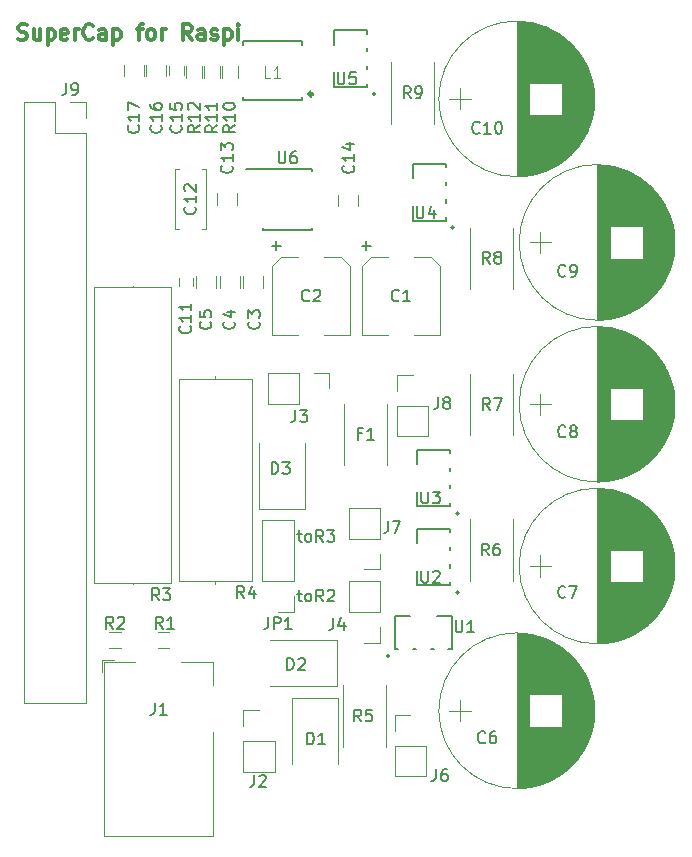
<source format=gto>
%TF.GenerationSoftware,KiCad,Pcbnew,(5.1.6-0-10_14)*%
%TF.CreationDate,2021-03-02T15:26:55+09:00*%
%TF.ProjectId,qPCR-supercap,71504352-2d73-4757-9065-726361702e6b,rev?*%
%TF.SameCoordinates,Original*%
%TF.FileFunction,Legend,Top*%
%TF.FilePolarity,Positive*%
%FSLAX46Y46*%
G04 Gerber Fmt 4.6, Leading zero omitted, Abs format (unit mm)*
G04 Created by KiCad (PCBNEW (5.1.6-0-10_14)) date 2021-03-02 15:26:55*
%MOMM*%
%LPD*%
G01*
G04 APERTURE LIST*
%ADD10C,0.300000*%
%ADD11C,0.150000*%
%ADD12C,0.120000*%
%ADD13C,0.127000*%
%ADD14C,0.152400*%
%ADD15C,0.015000*%
G04 APERTURE END LIST*
D10*
X81102380Y-62326190D02*
X81288095Y-62388095D01*
X81597619Y-62388095D01*
X81721428Y-62326190D01*
X81783333Y-62264285D01*
X81845238Y-62140476D01*
X81845238Y-62016666D01*
X81783333Y-61892857D01*
X81721428Y-61830952D01*
X81597619Y-61769047D01*
X81350000Y-61707142D01*
X81226190Y-61645238D01*
X81164285Y-61583333D01*
X81102380Y-61459523D01*
X81102380Y-61335714D01*
X81164285Y-61211904D01*
X81226190Y-61150000D01*
X81350000Y-61088095D01*
X81659523Y-61088095D01*
X81845238Y-61150000D01*
X82959523Y-61521428D02*
X82959523Y-62388095D01*
X82402380Y-61521428D02*
X82402380Y-62202380D01*
X82464285Y-62326190D01*
X82588095Y-62388095D01*
X82773809Y-62388095D01*
X82897619Y-62326190D01*
X82959523Y-62264285D01*
X83578571Y-61521428D02*
X83578571Y-62821428D01*
X83578571Y-61583333D02*
X83702380Y-61521428D01*
X83950000Y-61521428D01*
X84073809Y-61583333D01*
X84135714Y-61645238D01*
X84197619Y-61769047D01*
X84197619Y-62140476D01*
X84135714Y-62264285D01*
X84073809Y-62326190D01*
X83950000Y-62388095D01*
X83702380Y-62388095D01*
X83578571Y-62326190D01*
X85250000Y-62326190D02*
X85126190Y-62388095D01*
X84878571Y-62388095D01*
X84754761Y-62326190D01*
X84692857Y-62202380D01*
X84692857Y-61707142D01*
X84754761Y-61583333D01*
X84878571Y-61521428D01*
X85126190Y-61521428D01*
X85250000Y-61583333D01*
X85311904Y-61707142D01*
X85311904Y-61830952D01*
X84692857Y-61954761D01*
X85869047Y-62388095D02*
X85869047Y-61521428D01*
X85869047Y-61769047D02*
X85930952Y-61645238D01*
X85992857Y-61583333D01*
X86116666Y-61521428D01*
X86240476Y-61521428D01*
X87416666Y-62264285D02*
X87354761Y-62326190D01*
X87169047Y-62388095D01*
X87045238Y-62388095D01*
X86859523Y-62326190D01*
X86735714Y-62202380D01*
X86673809Y-62078571D01*
X86611904Y-61830952D01*
X86611904Y-61645238D01*
X86673809Y-61397619D01*
X86735714Y-61273809D01*
X86859523Y-61150000D01*
X87045238Y-61088095D01*
X87169047Y-61088095D01*
X87354761Y-61150000D01*
X87416666Y-61211904D01*
X88530952Y-62388095D02*
X88530952Y-61707142D01*
X88469047Y-61583333D01*
X88345238Y-61521428D01*
X88097619Y-61521428D01*
X87973809Y-61583333D01*
X88530952Y-62326190D02*
X88407142Y-62388095D01*
X88097619Y-62388095D01*
X87973809Y-62326190D01*
X87911904Y-62202380D01*
X87911904Y-62078571D01*
X87973809Y-61954761D01*
X88097619Y-61892857D01*
X88407142Y-61892857D01*
X88530952Y-61830952D01*
X89150000Y-61521428D02*
X89150000Y-62821428D01*
X89150000Y-61583333D02*
X89273809Y-61521428D01*
X89521428Y-61521428D01*
X89645238Y-61583333D01*
X89707142Y-61645238D01*
X89769047Y-61769047D01*
X89769047Y-62140476D01*
X89707142Y-62264285D01*
X89645238Y-62326190D01*
X89521428Y-62388095D01*
X89273809Y-62388095D01*
X89150000Y-62326190D01*
X91130952Y-61521428D02*
X91626190Y-61521428D01*
X91316666Y-62388095D02*
X91316666Y-61273809D01*
X91378571Y-61150000D01*
X91502380Y-61088095D01*
X91626190Y-61088095D01*
X92245238Y-62388095D02*
X92121428Y-62326190D01*
X92059523Y-62264285D01*
X91997619Y-62140476D01*
X91997619Y-61769047D01*
X92059523Y-61645238D01*
X92121428Y-61583333D01*
X92245238Y-61521428D01*
X92430952Y-61521428D01*
X92554761Y-61583333D01*
X92616666Y-61645238D01*
X92678571Y-61769047D01*
X92678571Y-62140476D01*
X92616666Y-62264285D01*
X92554761Y-62326190D01*
X92430952Y-62388095D01*
X92245238Y-62388095D01*
X93235714Y-62388095D02*
X93235714Y-61521428D01*
X93235714Y-61769047D02*
X93297619Y-61645238D01*
X93359523Y-61583333D01*
X93483333Y-61521428D01*
X93607142Y-61521428D01*
X95773809Y-62388095D02*
X95340476Y-61769047D01*
X95030952Y-62388095D02*
X95030952Y-61088095D01*
X95526190Y-61088095D01*
X95650000Y-61150000D01*
X95711904Y-61211904D01*
X95773809Y-61335714D01*
X95773809Y-61521428D01*
X95711904Y-61645238D01*
X95650000Y-61707142D01*
X95526190Y-61769047D01*
X95030952Y-61769047D01*
X96888095Y-62388095D02*
X96888095Y-61707142D01*
X96826190Y-61583333D01*
X96702380Y-61521428D01*
X96454761Y-61521428D01*
X96330952Y-61583333D01*
X96888095Y-62326190D02*
X96764285Y-62388095D01*
X96454761Y-62388095D01*
X96330952Y-62326190D01*
X96269047Y-62202380D01*
X96269047Y-62078571D01*
X96330952Y-61954761D01*
X96454761Y-61892857D01*
X96764285Y-61892857D01*
X96888095Y-61830952D01*
X97445238Y-62326190D02*
X97569047Y-62388095D01*
X97816666Y-62388095D01*
X97940476Y-62326190D01*
X98002380Y-62202380D01*
X98002380Y-62140476D01*
X97940476Y-62016666D01*
X97816666Y-61954761D01*
X97630952Y-61954761D01*
X97507142Y-61892857D01*
X97445238Y-61769047D01*
X97445238Y-61707142D01*
X97507142Y-61583333D01*
X97630952Y-61521428D01*
X97816666Y-61521428D01*
X97940476Y-61583333D01*
X98559523Y-61521428D02*
X98559523Y-62821428D01*
X98559523Y-61583333D02*
X98683333Y-61521428D01*
X98930952Y-61521428D01*
X99054761Y-61583333D01*
X99116666Y-61645238D01*
X99178571Y-61769047D01*
X99178571Y-62140476D01*
X99116666Y-62264285D01*
X99054761Y-62326190D01*
X98930952Y-62388095D01*
X98683333Y-62388095D01*
X98559523Y-62326190D01*
X99735714Y-62388095D02*
X99735714Y-61521428D01*
X99735714Y-61088095D02*
X99673809Y-61150000D01*
X99735714Y-61211904D01*
X99797619Y-61150000D01*
X99735714Y-61088095D01*
X99735714Y-61211904D01*
D11*
X104730952Y-109285714D02*
X105111904Y-109285714D01*
X104873809Y-108952380D02*
X104873809Y-109809523D01*
X104921428Y-109904761D01*
X105016666Y-109952380D01*
X105111904Y-109952380D01*
X105588095Y-109952380D02*
X105492857Y-109904761D01*
X105445238Y-109857142D01*
X105397619Y-109761904D01*
X105397619Y-109476190D01*
X105445238Y-109380952D01*
X105492857Y-109333333D01*
X105588095Y-109285714D01*
X105730952Y-109285714D01*
X105826190Y-109333333D01*
X105873809Y-109380952D01*
X105921428Y-109476190D01*
X105921428Y-109761904D01*
X105873809Y-109857142D01*
X105826190Y-109904761D01*
X105730952Y-109952380D01*
X105588095Y-109952380D01*
X106921428Y-109952380D02*
X106588095Y-109476190D01*
X106350000Y-109952380D02*
X106350000Y-108952380D01*
X106730952Y-108952380D01*
X106826190Y-109000000D01*
X106873809Y-109047619D01*
X106921428Y-109142857D01*
X106921428Y-109285714D01*
X106873809Y-109380952D01*
X106826190Y-109428571D01*
X106730952Y-109476190D01*
X106350000Y-109476190D01*
X107302380Y-109047619D02*
X107350000Y-109000000D01*
X107445238Y-108952380D01*
X107683333Y-108952380D01*
X107778571Y-109000000D01*
X107826190Y-109047619D01*
X107873809Y-109142857D01*
X107873809Y-109238095D01*
X107826190Y-109380952D01*
X107254761Y-109952380D01*
X107873809Y-109952380D01*
X104730952Y-104235714D02*
X105111904Y-104235714D01*
X104873809Y-103902380D02*
X104873809Y-104759523D01*
X104921428Y-104854761D01*
X105016666Y-104902380D01*
X105111904Y-104902380D01*
X105588095Y-104902380D02*
X105492857Y-104854761D01*
X105445238Y-104807142D01*
X105397619Y-104711904D01*
X105397619Y-104426190D01*
X105445238Y-104330952D01*
X105492857Y-104283333D01*
X105588095Y-104235714D01*
X105730952Y-104235714D01*
X105826190Y-104283333D01*
X105873809Y-104330952D01*
X105921428Y-104426190D01*
X105921428Y-104711904D01*
X105873809Y-104807142D01*
X105826190Y-104854761D01*
X105730952Y-104902380D01*
X105588095Y-104902380D01*
X106921428Y-104902380D02*
X106588095Y-104426190D01*
X106350000Y-104902380D02*
X106350000Y-103902380D01*
X106730952Y-103902380D01*
X106826190Y-103950000D01*
X106873809Y-103997619D01*
X106921428Y-104092857D01*
X106921428Y-104235714D01*
X106873809Y-104330952D01*
X106826190Y-104378571D01*
X106730952Y-104426190D01*
X106350000Y-104426190D01*
X107254761Y-103902380D02*
X107873809Y-103902380D01*
X107540476Y-104283333D01*
X107683333Y-104283333D01*
X107778571Y-104330952D01*
X107826190Y-104378571D01*
X107873809Y-104473809D01*
X107873809Y-104711904D01*
X107826190Y-104807142D01*
X107778571Y-104854761D01*
X107683333Y-104902380D01*
X107397619Y-104902380D01*
X107302380Y-104854761D01*
X107254761Y-104807142D01*
D12*
%TO.C,C1*%
X116800000Y-81560000D02*
X116800000Y-87400000D01*
X116040000Y-80800000D02*
X116800000Y-81560000D01*
X110200000Y-81560000D02*
X110960000Y-80800000D01*
X110200000Y-87400000D02*
X110200000Y-81560000D01*
X116040000Y-80800000D02*
X114620000Y-80800000D01*
X110960000Y-80800000D02*
X112380000Y-80800000D01*
X116800000Y-87400000D02*
X114620000Y-87400000D01*
X110200000Y-87400000D02*
X112380000Y-87400000D01*
%TO.C,C2*%
X102600000Y-87400000D02*
X104780000Y-87400000D01*
X109200000Y-87400000D02*
X107020000Y-87400000D01*
X103360000Y-80800000D02*
X104780000Y-80800000D01*
X108440000Y-80800000D02*
X107020000Y-80800000D01*
X102600000Y-87400000D02*
X102600000Y-81560000D01*
X102600000Y-81560000D02*
X103360000Y-80800000D01*
X108440000Y-80800000D02*
X109200000Y-81560000D01*
X109200000Y-81560000D02*
X109200000Y-87400000D01*
%TO.C,C3*%
X101850000Y-83400000D02*
X101850000Y-82400000D01*
X100150000Y-82400000D02*
X100150000Y-83400000D01*
%TO.C,C4*%
X98150000Y-82400000D02*
X98150000Y-83400000D01*
X99850000Y-83400000D02*
X99850000Y-82400000D01*
%TO.C,C6*%
X129890000Y-119200000D02*
G75*
G03*
X129890000Y-119200000I-6590000J0D01*
G01*
X123300000Y-112650000D02*
X123300000Y-125750000D01*
X123340000Y-112650000D02*
X123340000Y-125750000D01*
X123380000Y-112650000D02*
X123380000Y-125750000D01*
X123420000Y-112651000D02*
X123420000Y-125749000D01*
X123460000Y-112651000D02*
X123460000Y-125749000D01*
X123500000Y-112653000D02*
X123500000Y-125747000D01*
X123540000Y-112654000D02*
X123540000Y-125746000D01*
X123580000Y-112655000D02*
X123580000Y-125745000D01*
X123620000Y-112657000D02*
X123620000Y-125743000D01*
X123660000Y-112659000D02*
X123660000Y-125741000D01*
X123700000Y-112662000D02*
X123700000Y-125738000D01*
X123740000Y-112664000D02*
X123740000Y-125736000D01*
X123780000Y-112667000D02*
X123780000Y-125733000D01*
X123820000Y-112670000D02*
X123820000Y-125730000D01*
X123860000Y-112673000D02*
X123860000Y-125727000D01*
X123900000Y-112677000D02*
X123900000Y-125723000D01*
X123940000Y-112681000D02*
X123940000Y-125719000D01*
X123980000Y-112685000D02*
X123980000Y-125715000D01*
X124021000Y-112689000D02*
X124021000Y-125711000D01*
X124061000Y-112693000D02*
X124061000Y-125707000D01*
X124101000Y-112698000D02*
X124101000Y-125702000D01*
X124141000Y-112703000D02*
X124141000Y-125697000D01*
X124181000Y-112709000D02*
X124181000Y-125691000D01*
X124221000Y-112714000D02*
X124221000Y-125686000D01*
X124261000Y-112720000D02*
X124261000Y-125680000D01*
X124301000Y-112726000D02*
X124301000Y-125674000D01*
X124341000Y-112732000D02*
X124341000Y-125668000D01*
X124381000Y-112739000D02*
X124381000Y-125661000D01*
X124421000Y-112745000D02*
X124421000Y-117820000D01*
X124421000Y-120580000D02*
X124421000Y-125655000D01*
X124461000Y-112752000D02*
X124461000Y-117820000D01*
X124461000Y-120580000D02*
X124461000Y-125648000D01*
X124501000Y-112760000D02*
X124501000Y-117820000D01*
X124501000Y-120580000D02*
X124501000Y-125640000D01*
X124541000Y-112767000D02*
X124541000Y-117820000D01*
X124541000Y-120580000D02*
X124541000Y-125633000D01*
X124581000Y-112775000D02*
X124581000Y-117820000D01*
X124581000Y-120580000D02*
X124581000Y-125625000D01*
X124621000Y-112783000D02*
X124621000Y-117820000D01*
X124621000Y-120580000D02*
X124621000Y-125617000D01*
X124661000Y-112791000D02*
X124661000Y-117820000D01*
X124661000Y-120580000D02*
X124661000Y-125609000D01*
X124701000Y-112800000D02*
X124701000Y-117820000D01*
X124701000Y-120580000D02*
X124701000Y-125600000D01*
X124741000Y-112809000D02*
X124741000Y-117820000D01*
X124741000Y-120580000D02*
X124741000Y-125591000D01*
X124781000Y-112818000D02*
X124781000Y-117820000D01*
X124781000Y-120580000D02*
X124781000Y-125582000D01*
X124821000Y-112827000D02*
X124821000Y-117820000D01*
X124821000Y-120580000D02*
X124821000Y-125573000D01*
X124861000Y-112837000D02*
X124861000Y-117820000D01*
X124861000Y-120580000D02*
X124861000Y-125563000D01*
X124901000Y-112847000D02*
X124901000Y-117820000D01*
X124901000Y-120580000D02*
X124901000Y-125553000D01*
X124941000Y-112857000D02*
X124941000Y-117820000D01*
X124941000Y-120580000D02*
X124941000Y-125543000D01*
X124981000Y-112867000D02*
X124981000Y-117820000D01*
X124981000Y-120580000D02*
X124981000Y-125533000D01*
X125021000Y-112878000D02*
X125021000Y-117820000D01*
X125021000Y-120580000D02*
X125021000Y-125522000D01*
X125061000Y-112889000D02*
X125061000Y-117820000D01*
X125061000Y-120580000D02*
X125061000Y-125511000D01*
X125101000Y-112900000D02*
X125101000Y-117820000D01*
X125101000Y-120580000D02*
X125101000Y-125500000D01*
X125141000Y-112912000D02*
X125141000Y-117820000D01*
X125141000Y-120580000D02*
X125141000Y-125488000D01*
X125181000Y-112923000D02*
X125181000Y-117820000D01*
X125181000Y-120580000D02*
X125181000Y-125477000D01*
X125221000Y-112935000D02*
X125221000Y-117820000D01*
X125221000Y-120580000D02*
X125221000Y-125465000D01*
X125261000Y-112948000D02*
X125261000Y-117820000D01*
X125261000Y-120580000D02*
X125261000Y-125452000D01*
X125301000Y-112960000D02*
X125301000Y-117820000D01*
X125301000Y-120580000D02*
X125301000Y-125440000D01*
X125341000Y-112973000D02*
X125341000Y-117820000D01*
X125341000Y-120580000D02*
X125341000Y-125427000D01*
X125381000Y-112986000D02*
X125381000Y-117820000D01*
X125381000Y-120580000D02*
X125381000Y-125414000D01*
X125421000Y-113000000D02*
X125421000Y-117820000D01*
X125421000Y-120580000D02*
X125421000Y-125400000D01*
X125461000Y-113014000D02*
X125461000Y-117820000D01*
X125461000Y-120580000D02*
X125461000Y-125386000D01*
X125501000Y-113028000D02*
X125501000Y-117820000D01*
X125501000Y-120580000D02*
X125501000Y-125372000D01*
X125541000Y-113042000D02*
X125541000Y-117820000D01*
X125541000Y-120580000D02*
X125541000Y-125358000D01*
X125581000Y-113056000D02*
X125581000Y-117820000D01*
X125581000Y-120580000D02*
X125581000Y-125344000D01*
X125621000Y-113071000D02*
X125621000Y-117820000D01*
X125621000Y-120580000D02*
X125621000Y-125329000D01*
X125661000Y-113087000D02*
X125661000Y-117820000D01*
X125661000Y-120580000D02*
X125661000Y-125313000D01*
X125701000Y-113102000D02*
X125701000Y-117820000D01*
X125701000Y-120580000D02*
X125701000Y-125298000D01*
X125741000Y-113118000D02*
X125741000Y-117820000D01*
X125741000Y-120580000D02*
X125741000Y-125282000D01*
X125781000Y-113134000D02*
X125781000Y-117820000D01*
X125781000Y-120580000D02*
X125781000Y-125266000D01*
X125821000Y-113150000D02*
X125821000Y-117820000D01*
X125821000Y-120580000D02*
X125821000Y-125250000D01*
X125861000Y-113167000D02*
X125861000Y-117820000D01*
X125861000Y-120580000D02*
X125861000Y-125233000D01*
X125901000Y-113184000D02*
X125901000Y-117820000D01*
X125901000Y-120580000D02*
X125901000Y-125216000D01*
X125941000Y-113201000D02*
X125941000Y-117820000D01*
X125941000Y-120580000D02*
X125941000Y-125199000D01*
X125981000Y-113219000D02*
X125981000Y-117820000D01*
X125981000Y-120580000D02*
X125981000Y-125181000D01*
X126021000Y-113237000D02*
X126021000Y-117820000D01*
X126021000Y-120580000D02*
X126021000Y-125163000D01*
X126061000Y-113255000D02*
X126061000Y-117820000D01*
X126061000Y-120580000D02*
X126061000Y-125145000D01*
X126101000Y-113274000D02*
X126101000Y-117820000D01*
X126101000Y-120580000D02*
X126101000Y-125126000D01*
X126141000Y-113293000D02*
X126141000Y-117820000D01*
X126141000Y-120580000D02*
X126141000Y-125107000D01*
X126181000Y-113312000D02*
X126181000Y-117820000D01*
X126181000Y-120580000D02*
X126181000Y-125088000D01*
X126221000Y-113332000D02*
X126221000Y-117820000D01*
X126221000Y-120580000D02*
X126221000Y-125068000D01*
X126261000Y-113352000D02*
X126261000Y-117820000D01*
X126261000Y-120580000D02*
X126261000Y-125048000D01*
X126301000Y-113372000D02*
X126301000Y-117820000D01*
X126301000Y-120580000D02*
X126301000Y-125028000D01*
X126341000Y-113393000D02*
X126341000Y-117820000D01*
X126341000Y-120580000D02*
X126341000Y-125007000D01*
X126381000Y-113414000D02*
X126381000Y-117820000D01*
X126381000Y-120580000D02*
X126381000Y-124986000D01*
X126421000Y-113435000D02*
X126421000Y-117820000D01*
X126421000Y-120580000D02*
X126421000Y-124965000D01*
X126461000Y-113457000D02*
X126461000Y-117820000D01*
X126461000Y-120580000D02*
X126461000Y-124943000D01*
X126501000Y-113479000D02*
X126501000Y-117820000D01*
X126501000Y-120580000D02*
X126501000Y-124921000D01*
X126541000Y-113501000D02*
X126541000Y-117820000D01*
X126541000Y-120580000D02*
X126541000Y-124899000D01*
X126581000Y-113524000D02*
X126581000Y-117820000D01*
X126581000Y-120580000D02*
X126581000Y-124876000D01*
X126621000Y-113547000D02*
X126621000Y-117820000D01*
X126621000Y-120580000D02*
X126621000Y-124853000D01*
X126661000Y-113570000D02*
X126661000Y-117820000D01*
X126661000Y-120580000D02*
X126661000Y-124830000D01*
X126701000Y-113594000D02*
X126701000Y-117820000D01*
X126701000Y-120580000D02*
X126701000Y-124806000D01*
X126741000Y-113619000D02*
X126741000Y-117820000D01*
X126741000Y-120580000D02*
X126741000Y-124781000D01*
X126781000Y-113643000D02*
X126781000Y-117820000D01*
X126781000Y-120580000D02*
X126781000Y-124757000D01*
X126821000Y-113668000D02*
X126821000Y-117820000D01*
X126821000Y-120580000D02*
X126821000Y-124732000D01*
X126861000Y-113694000D02*
X126861000Y-117820000D01*
X126861000Y-120580000D02*
X126861000Y-124706000D01*
X126901000Y-113720000D02*
X126901000Y-117820000D01*
X126901000Y-120580000D02*
X126901000Y-124680000D01*
X126941000Y-113746000D02*
X126941000Y-117820000D01*
X126941000Y-120580000D02*
X126941000Y-124654000D01*
X126981000Y-113773000D02*
X126981000Y-117820000D01*
X126981000Y-120580000D02*
X126981000Y-124627000D01*
X127021000Y-113800000D02*
X127021000Y-117820000D01*
X127021000Y-120580000D02*
X127021000Y-124600000D01*
X127061000Y-113827000D02*
X127061000Y-117820000D01*
X127061000Y-120580000D02*
X127061000Y-124573000D01*
X127101000Y-113855000D02*
X127101000Y-117820000D01*
X127101000Y-120580000D02*
X127101000Y-124545000D01*
X127141000Y-113884000D02*
X127141000Y-117820000D01*
X127141000Y-120580000D02*
X127141000Y-124516000D01*
X127181000Y-113913000D02*
X127181000Y-124487000D01*
X127221000Y-113942000D02*
X127221000Y-124458000D01*
X127261000Y-113972000D02*
X127261000Y-124428000D01*
X127301000Y-114002000D02*
X127301000Y-124398000D01*
X127341000Y-114033000D02*
X127341000Y-124367000D01*
X127381000Y-114064000D02*
X127381000Y-124336000D01*
X127421000Y-114096000D02*
X127421000Y-124304000D01*
X127461000Y-114128000D02*
X127461000Y-124272000D01*
X127501000Y-114161000D02*
X127501000Y-124239000D01*
X127541000Y-114195000D02*
X127541000Y-124205000D01*
X127581000Y-114229000D02*
X127581000Y-124171000D01*
X127621000Y-114263000D02*
X127621000Y-124137000D01*
X127661000Y-114298000D02*
X127661000Y-124102000D01*
X127701000Y-114334000D02*
X127701000Y-124066000D01*
X127741000Y-114370000D02*
X127741000Y-124030000D01*
X127781000Y-114407000D02*
X127781000Y-123993000D01*
X127821000Y-114444000D02*
X127821000Y-123956000D01*
X127861000Y-114482000D02*
X127861000Y-123918000D01*
X127901000Y-114521000D02*
X127901000Y-123879000D01*
X127941000Y-114560000D02*
X127941000Y-123840000D01*
X127981000Y-114600000D02*
X127981000Y-123800000D01*
X128021000Y-114641000D02*
X128021000Y-123759000D01*
X128061000Y-114682000D02*
X128061000Y-123718000D01*
X128101000Y-114724000D02*
X128101000Y-123676000D01*
X128141000Y-114767000D02*
X128141000Y-123633000D01*
X128181000Y-114811000D02*
X128181000Y-123589000D01*
X128221000Y-114855000D02*
X128221000Y-123545000D01*
X128261000Y-114901000D02*
X128261000Y-123499000D01*
X128301000Y-114947000D02*
X128301000Y-123453000D01*
X128341000Y-114994000D02*
X128341000Y-123406000D01*
X128381000Y-115042000D02*
X128381000Y-123358000D01*
X128421000Y-115091000D02*
X128421000Y-123309000D01*
X128461000Y-115140000D02*
X128461000Y-123260000D01*
X128501000Y-115191000D02*
X128501000Y-123209000D01*
X128541000Y-115243000D02*
X128541000Y-123157000D01*
X128581000Y-115296000D02*
X128581000Y-123104000D01*
X128621000Y-115350000D02*
X128621000Y-123050000D01*
X128661000Y-115406000D02*
X128661000Y-122994000D01*
X128701000Y-115462000D02*
X128701000Y-122938000D01*
X128741000Y-115520000D02*
X128741000Y-122880000D01*
X128781000Y-115579000D02*
X128781000Y-122821000D01*
X128821000Y-115640000D02*
X128821000Y-122760000D01*
X128861000Y-115702000D02*
X128861000Y-122698000D01*
X128901000Y-115766000D02*
X128901000Y-122634000D01*
X128941000Y-115831000D02*
X128941000Y-122569000D01*
X128981000Y-115898000D02*
X128981000Y-122502000D01*
X129021000Y-115967000D02*
X129021000Y-122433000D01*
X129061000Y-116038000D02*
X129061000Y-122362000D01*
X129101000Y-116111000D02*
X129101000Y-122289000D01*
X129141000Y-116186000D02*
X129141000Y-122214000D01*
X129181000Y-116264000D02*
X129181000Y-122136000D01*
X129221000Y-116344000D02*
X129221000Y-122056000D01*
X129261000Y-116428000D02*
X129261000Y-121972000D01*
X129301000Y-116514000D02*
X129301000Y-121886000D01*
X129341000Y-116604000D02*
X129341000Y-121796000D01*
X129381000Y-116698000D02*
X129381000Y-121702000D01*
X129421000Y-116795000D02*
X129421000Y-121605000D01*
X129461000Y-116898000D02*
X129461000Y-121502000D01*
X129501000Y-117006000D02*
X129501000Y-121394000D01*
X129541000Y-117120000D02*
X129541000Y-121280000D01*
X129581000Y-117242000D02*
X129581000Y-121158000D01*
X129621000Y-117372000D02*
X129621000Y-121028000D01*
X129661000Y-117514000D02*
X129661000Y-120886000D01*
X129701000Y-117668000D02*
X129701000Y-120732000D01*
X129741000Y-117841000D02*
X129741000Y-120559000D01*
X129781000Y-118040000D02*
X129781000Y-120360000D01*
X129821000Y-118282000D02*
X129821000Y-120118000D01*
X129861000Y-118611000D02*
X129861000Y-119789000D01*
X117600000Y-119200000D02*
X119400000Y-119200000D01*
X118500000Y-118300000D02*
X118500000Y-120100000D01*
%TO.C,C7*%
X125300000Y-106050000D02*
X125300000Y-107850000D01*
X124400000Y-106950000D02*
X126200000Y-106950000D01*
X136661000Y-106361000D02*
X136661000Y-107539000D01*
X136621000Y-106032000D02*
X136621000Y-107868000D01*
X136581000Y-105790000D02*
X136581000Y-108110000D01*
X136541000Y-105591000D02*
X136541000Y-108309000D01*
X136501000Y-105418000D02*
X136501000Y-108482000D01*
X136461000Y-105264000D02*
X136461000Y-108636000D01*
X136421000Y-105122000D02*
X136421000Y-108778000D01*
X136381000Y-104992000D02*
X136381000Y-108908000D01*
X136341000Y-104870000D02*
X136341000Y-109030000D01*
X136301000Y-104756000D02*
X136301000Y-109144000D01*
X136261000Y-104648000D02*
X136261000Y-109252000D01*
X136221000Y-104545000D02*
X136221000Y-109355000D01*
X136181000Y-104448000D02*
X136181000Y-109452000D01*
X136141000Y-104354000D02*
X136141000Y-109546000D01*
X136101000Y-104264000D02*
X136101000Y-109636000D01*
X136061000Y-104178000D02*
X136061000Y-109722000D01*
X136021000Y-104094000D02*
X136021000Y-109806000D01*
X135981000Y-104014000D02*
X135981000Y-109886000D01*
X135941000Y-103936000D02*
X135941000Y-109964000D01*
X135901000Y-103861000D02*
X135901000Y-110039000D01*
X135861000Y-103788000D02*
X135861000Y-110112000D01*
X135821000Y-103717000D02*
X135821000Y-110183000D01*
X135781000Y-103648000D02*
X135781000Y-110252000D01*
X135741000Y-103581000D02*
X135741000Y-110319000D01*
X135701000Y-103516000D02*
X135701000Y-110384000D01*
X135661000Y-103452000D02*
X135661000Y-110448000D01*
X135621000Y-103390000D02*
X135621000Y-110510000D01*
X135581000Y-103329000D02*
X135581000Y-110571000D01*
X135541000Y-103270000D02*
X135541000Y-110630000D01*
X135501000Y-103212000D02*
X135501000Y-110688000D01*
X135461000Y-103156000D02*
X135461000Y-110744000D01*
X135421000Y-103100000D02*
X135421000Y-110800000D01*
X135381000Y-103046000D02*
X135381000Y-110854000D01*
X135341000Y-102993000D02*
X135341000Y-110907000D01*
X135301000Y-102941000D02*
X135301000Y-110959000D01*
X135261000Y-102890000D02*
X135261000Y-111010000D01*
X135221000Y-102841000D02*
X135221000Y-111059000D01*
X135181000Y-102792000D02*
X135181000Y-111108000D01*
X135141000Y-102744000D02*
X135141000Y-111156000D01*
X135101000Y-102697000D02*
X135101000Y-111203000D01*
X135061000Y-102651000D02*
X135061000Y-111249000D01*
X135021000Y-102605000D02*
X135021000Y-111295000D01*
X134981000Y-102561000D02*
X134981000Y-111339000D01*
X134941000Y-102517000D02*
X134941000Y-111383000D01*
X134901000Y-102474000D02*
X134901000Y-111426000D01*
X134861000Y-102432000D02*
X134861000Y-111468000D01*
X134821000Y-102391000D02*
X134821000Y-111509000D01*
X134781000Y-102350000D02*
X134781000Y-111550000D01*
X134741000Y-102310000D02*
X134741000Y-111590000D01*
X134701000Y-102271000D02*
X134701000Y-111629000D01*
X134661000Y-102232000D02*
X134661000Y-111668000D01*
X134621000Y-102194000D02*
X134621000Y-111706000D01*
X134581000Y-102157000D02*
X134581000Y-111743000D01*
X134541000Y-102120000D02*
X134541000Y-111780000D01*
X134501000Y-102084000D02*
X134501000Y-111816000D01*
X134461000Y-102048000D02*
X134461000Y-111852000D01*
X134421000Y-102013000D02*
X134421000Y-111887000D01*
X134381000Y-101979000D02*
X134381000Y-111921000D01*
X134341000Y-101945000D02*
X134341000Y-111955000D01*
X134301000Y-101911000D02*
X134301000Y-111989000D01*
X134261000Y-101878000D02*
X134261000Y-112022000D01*
X134221000Y-101846000D02*
X134221000Y-112054000D01*
X134181000Y-101814000D02*
X134181000Y-112086000D01*
X134141000Y-101783000D02*
X134141000Y-112117000D01*
X134101000Y-101752000D02*
X134101000Y-112148000D01*
X134061000Y-101722000D02*
X134061000Y-112178000D01*
X134021000Y-101692000D02*
X134021000Y-112208000D01*
X133981000Y-101663000D02*
X133981000Y-112237000D01*
X133941000Y-108330000D02*
X133941000Y-112266000D01*
X133941000Y-101634000D02*
X133941000Y-105570000D01*
X133901000Y-108330000D02*
X133901000Y-112295000D01*
X133901000Y-101605000D02*
X133901000Y-105570000D01*
X133861000Y-108330000D02*
X133861000Y-112323000D01*
X133861000Y-101577000D02*
X133861000Y-105570000D01*
X133821000Y-108330000D02*
X133821000Y-112350000D01*
X133821000Y-101550000D02*
X133821000Y-105570000D01*
X133781000Y-108330000D02*
X133781000Y-112377000D01*
X133781000Y-101523000D02*
X133781000Y-105570000D01*
X133741000Y-108330000D02*
X133741000Y-112404000D01*
X133741000Y-101496000D02*
X133741000Y-105570000D01*
X133701000Y-108330000D02*
X133701000Y-112430000D01*
X133701000Y-101470000D02*
X133701000Y-105570000D01*
X133661000Y-108330000D02*
X133661000Y-112456000D01*
X133661000Y-101444000D02*
X133661000Y-105570000D01*
X133621000Y-108330000D02*
X133621000Y-112482000D01*
X133621000Y-101418000D02*
X133621000Y-105570000D01*
X133581000Y-108330000D02*
X133581000Y-112507000D01*
X133581000Y-101393000D02*
X133581000Y-105570000D01*
X133541000Y-108330000D02*
X133541000Y-112531000D01*
X133541000Y-101369000D02*
X133541000Y-105570000D01*
X133501000Y-108330000D02*
X133501000Y-112556000D01*
X133501000Y-101344000D02*
X133501000Y-105570000D01*
X133461000Y-108330000D02*
X133461000Y-112580000D01*
X133461000Y-101320000D02*
X133461000Y-105570000D01*
X133421000Y-108330000D02*
X133421000Y-112603000D01*
X133421000Y-101297000D02*
X133421000Y-105570000D01*
X133381000Y-108330000D02*
X133381000Y-112626000D01*
X133381000Y-101274000D02*
X133381000Y-105570000D01*
X133341000Y-108330000D02*
X133341000Y-112649000D01*
X133341000Y-101251000D02*
X133341000Y-105570000D01*
X133301000Y-108330000D02*
X133301000Y-112671000D01*
X133301000Y-101229000D02*
X133301000Y-105570000D01*
X133261000Y-108330000D02*
X133261000Y-112693000D01*
X133261000Y-101207000D02*
X133261000Y-105570000D01*
X133221000Y-108330000D02*
X133221000Y-112715000D01*
X133221000Y-101185000D02*
X133221000Y-105570000D01*
X133181000Y-108330000D02*
X133181000Y-112736000D01*
X133181000Y-101164000D02*
X133181000Y-105570000D01*
X133141000Y-108330000D02*
X133141000Y-112757000D01*
X133141000Y-101143000D02*
X133141000Y-105570000D01*
X133101000Y-108330000D02*
X133101000Y-112778000D01*
X133101000Y-101122000D02*
X133101000Y-105570000D01*
X133061000Y-108330000D02*
X133061000Y-112798000D01*
X133061000Y-101102000D02*
X133061000Y-105570000D01*
X133021000Y-108330000D02*
X133021000Y-112818000D01*
X133021000Y-101082000D02*
X133021000Y-105570000D01*
X132981000Y-108330000D02*
X132981000Y-112838000D01*
X132981000Y-101062000D02*
X132981000Y-105570000D01*
X132941000Y-108330000D02*
X132941000Y-112857000D01*
X132941000Y-101043000D02*
X132941000Y-105570000D01*
X132901000Y-108330000D02*
X132901000Y-112876000D01*
X132901000Y-101024000D02*
X132901000Y-105570000D01*
X132861000Y-108330000D02*
X132861000Y-112895000D01*
X132861000Y-101005000D02*
X132861000Y-105570000D01*
X132821000Y-108330000D02*
X132821000Y-112913000D01*
X132821000Y-100987000D02*
X132821000Y-105570000D01*
X132781000Y-108330000D02*
X132781000Y-112931000D01*
X132781000Y-100969000D02*
X132781000Y-105570000D01*
X132741000Y-108330000D02*
X132741000Y-112949000D01*
X132741000Y-100951000D02*
X132741000Y-105570000D01*
X132701000Y-108330000D02*
X132701000Y-112966000D01*
X132701000Y-100934000D02*
X132701000Y-105570000D01*
X132661000Y-108330000D02*
X132661000Y-112983000D01*
X132661000Y-100917000D02*
X132661000Y-105570000D01*
X132621000Y-108330000D02*
X132621000Y-113000000D01*
X132621000Y-100900000D02*
X132621000Y-105570000D01*
X132581000Y-108330000D02*
X132581000Y-113016000D01*
X132581000Y-100884000D02*
X132581000Y-105570000D01*
X132541000Y-108330000D02*
X132541000Y-113032000D01*
X132541000Y-100868000D02*
X132541000Y-105570000D01*
X132501000Y-108330000D02*
X132501000Y-113048000D01*
X132501000Y-100852000D02*
X132501000Y-105570000D01*
X132461000Y-108330000D02*
X132461000Y-113063000D01*
X132461000Y-100837000D02*
X132461000Y-105570000D01*
X132421000Y-108330000D02*
X132421000Y-113079000D01*
X132421000Y-100821000D02*
X132421000Y-105570000D01*
X132381000Y-108330000D02*
X132381000Y-113094000D01*
X132381000Y-100806000D02*
X132381000Y-105570000D01*
X132341000Y-108330000D02*
X132341000Y-113108000D01*
X132341000Y-100792000D02*
X132341000Y-105570000D01*
X132301000Y-108330000D02*
X132301000Y-113122000D01*
X132301000Y-100778000D02*
X132301000Y-105570000D01*
X132261000Y-108330000D02*
X132261000Y-113136000D01*
X132261000Y-100764000D02*
X132261000Y-105570000D01*
X132221000Y-108330000D02*
X132221000Y-113150000D01*
X132221000Y-100750000D02*
X132221000Y-105570000D01*
X132181000Y-108330000D02*
X132181000Y-113164000D01*
X132181000Y-100736000D02*
X132181000Y-105570000D01*
X132141000Y-108330000D02*
X132141000Y-113177000D01*
X132141000Y-100723000D02*
X132141000Y-105570000D01*
X132101000Y-108330000D02*
X132101000Y-113190000D01*
X132101000Y-100710000D02*
X132101000Y-105570000D01*
X132061000Y-108330000D02*
X132061000Y-113202000D01*
X132061000Y-100698000D02*
X132061000Y-105570000D01*
X132021000Y-108330000D02*
X132021000Y-113215000D01*
X132021000Y-100685000D02*
X132021000Y-105570000D01*
X131981000Y-108330000D02*
X131981000Y-113227000D01*
X131981000Y-100673000D02*
X131981000Y-105570000D01*
X131941000Y-108330000D02*
X131941000Y-113238000D01*
X131941000Y-100662000D02*
X131941000Y-105570000D01*
X131901000Y-108330000D02*
X131901000Y-113250000D01*
X131901000Y-100650000D02*
X131901000Y-105570000D01*
X131861000Y-108330000D02*
X131861000Y-113261000D01*
X131861000Y-100639000D02*
X131861000Y-105570000D01*
X131821000Y-108330000D02*
X131821000Y-113272000D01*
X131821000Y-100628000D02*
X131821000Y-105570000D01*
X131781000Y-108330000D02*
X131781000Y-113283000D01*
X131781000Y-100617000D02*
X131781000Y-105570000D01*
X131741000Y-108330000D02*
X131741000Y-113293000D01*
X131741000Y-100607000D02*
X131741000Y-105570000D01*
X131701000Y-108330000D02*
X131701000Y-113303000D01*
X131701000Y-100597000D02*
X131701000Y-105570000D01*
X131661000Y-108330000D02*
X131661000Y-113313000D01*
X131661000Y-100587000D02*
X131661000Y-105570000D01*
X131621000Y-108330000D02*
X131621000Y-113323000D01*
X131621000Y-100577000D02*
X131621000Y-105570000D01*
X131581000Y-108330000D02*
X131581000Y-113332000D01*
X131581000Y-100568000D02*
X131581000Y-105570000D01*
X131541000Y-108330000D02*
X131541000Y-113341000D01*
X131541000Y-100559000D02*
X131541000Y-105570000D01*
X131501000Y-108330000D02*
X131501000Y-113350000D01*
X131501000Y-100550000D02*
X131501000Y-105570000D01*
X131461000Y-108330000D02*
X131461000Y-113359000D01*
X131461000Y-100541000D02*
X131461000Y-105570000D01*
X131421000Y-108330000D02*
X131421000Y-113367000D01*
X131421000Y-100533000D02*
X131421000Y-105570000D01*
X131381000Y-108330000D02*
X131381000Y-113375000D01*
X131381000Y-100525000D02*
X131381000Y-105570000D01*
X131341000Y-108330000D02*
X131341000Y-113383000D01*
X131341000Y-100517000D02*
X131341000Y-105570000D01*
X131301000Y-108330000D02*
X131301000Y-113390000D01*
X131301000Y-100510000D02*
X131301000Y-105570000D01*
X131261000Y-108330000D02*
X131261000Y-113398000D01*
X131261000Y-100502000D02*
X131261000Y-105570000D01*
X131221000Y-108330000D02*
X131221000Y-113405000D01*
X131221000Y-100495000D02*
X131221000Y-105570000D01*
X131181000Y-100489000D02*
X131181000Y-113411000D01*
X131141000Y-100482000D02*
X131141000Y-113418000D01*
X131101000Y-100476000D02*
X131101000Y-113424000D01*
X131061000Y-100470000D02*
X131061000Y-113430000D01*
X131021000Y-100464000D02*
X131021000Y-113436000D01*
X130981000Y-100459000D02*
X130981000Y-113441000D01*
X130941000Y-100453000D02*
X130941000Y-113447000D01*
X130901000Y-100448000D02*
X130901000Y-113452000D01*
X130861000Y-100443000D02*
X130861000Y-113457000D01*
X130821000Y-100439000D02*
X130821000Y-113461000D01*
X130780000Y-100435000D02*
X130780000Y-113465000D01*
X130740000Y-100431000D02*
X130740000Y-113469000D01*
X130700000Y-100427000D02*
X130700000Y-113473000D01*
X130660000Y-100423000D02*
X130660000Y-113477000D01*
X130620000Y-100420000D02*
X130620000Y-113480000D01*
X130580000Y-100417000D02*
X130580000Y-113483000D01*
X130540000Y-100414000D02*
X130540000Y-113486000D01*
X130500000Y-100412000D02*
X130500000Y-113488000D01*
X130460000Y-100409000D02*
X130460000Y-113491000D01*
X130420000Y-100407000D02*
X130420000Y-113493000D01*
X130380000Y-100405000D02*
X130380000Y-113495000D01*
X130340000Y-100404000D02*
X130340000Y-113496000D01*
X130300000Y-100403000D02*
X130300000Y-113497000D01*
X130260000Y-100401000D02*
X130260000Y-113499000D01*
X130220000Y-100401000D02*
X130220000Y-113499000D01*
X130180000Y-100400000D02*
X130180000Y-113500000D01*
X130140000Y-100400000D02*
X130140000Y-113500000D01*
X130100000Y-100400000D02*
X130100000Y-113500000D01*
X136690000Y-106950000D02*
G75*
G03*
X136690000Y-106950000I-6590000J0D01*
G01*
%TO.C,C8*%
X136690000Y-93250000D02*
G75*
G03*
X136690000Y-93250000I-6590000J0D01*
G01*
X130100000Y-86700000D02*
X130100000Y-99800000D01*
X130140000Y-86700000D02*
X130140000Y-99800000D01*
X130180000Y-86700000D02*
X130180000Y-99800000D01*
X130220000Y-86701000D02*
X130220000Y-99799000D01*
X130260000Y-86701000D02*
X130260000Y-99799000D01*
X130300000Y-86703000D02*
X130300000Y-99797000D01*
X130340000Y-86704000D02*
X130340000Y-99796000D01*
X130380000Y-86705000D02*
X130380000Y-99795000D01*
X130420000Y-86707000D02*
X130420000Y-99793000D01*
X130460000Y-86709000D02*
X130460000Y-99791000D01*
X130500000Y-86712000D02*
X130500000Y-99788000D01*
X130540000Y-86714000D02*
X130540000Y-99786000D01*
X130580000Y-86717000D02*
X130580000Y-99783000D01*
X130620000Y-86720000D02*
X130620000Y-99780000D01*
X130660000Y-86723000D02*
X130660000Y-99777000D01*
X130700000Y-86727000D02*
X130700000Y-99773000D01*
X130740000Y-86731000D02*
X130740000Y-99769000D01*
X130780000Y-86735000D02*
X130780000Y-99765000D01*
X130821000Y-86739000D02*
X130821000Y-99761000D01*
X130861000Y-86743000D02*
X130861000Y-99757000D01*
X130901000Y-86748000D02*
X130901000Y-99752000D01*
X130941000Y-86753000D02*
X130941000Y-99747000D01*
X130981000Y-86759000D02*
X130981000Y-99741000D01*
X131021000Y-86764000D02*
X131021000Y-99736000D01*
X131061000Y-86770000D02*
X131061000Y-99730000D01*
X131101000Y-86776000D02*
X131101000Y-99724000D01*
X131141000Y-86782000D02*
X131141000Y-99718000D01*
X131181000Y-86789000D02*
X131181000Y-99711000D01*
X131221000Y-86795000D02*
X131221000Y-91870000D01*
X131221000Y-94630000D02*
X131221000Y-99705000D01*
X131261000Y-86802000D02*
X131261000Y-91870000D01*
X131261000Y-94630000D02*
X131261000Y-99698000D01*
X131301000Y-86810000D02*
X131301000Y-91870000D01*
X131301000Y-94630000D02*
X131301000Y-99690000D01*
X131341000Y-86817000D02*
X131341000Y-91870000D01*
X131341000Y-94630000D02*
X131341000Y-99683000D01*
X131381000Y-86825000D02*
X131381000Y-91870000D01*
X131381000Y-94630000D02*
X131381000Y-99675000D01*
X131421000Y-86833000D02*
X131421000Y-91870000D01*
X131421000Y-94630000D02*
X131421000Y-99667000D01*
X131461000Y-86841000D02*
X131461000Y-91870000D01*
X131461000Y-94630000D02*
X131461000Y-99659000D01*
X131501000Y-86850000D02*
X131501000Y-91870000D01*
X131501000Y-94630000D02*
X131501000Y-99650000D01*
X131541000Y-86859000D02*
X131541000Y-91870000D01*
X131541000Y-94630000D02*
X131541000Y-99641000D01*
X131581000Y-86868000D02*
X131581000Y-91870000D01*
X131581000Y-94630000D02*
X131581000Y-99632000D01*
X131621000Y-86877000D02*
X131621000Y-91870000D01*
X131621000Y-94630000D02*
X131621000Y-99623000D01*
X131661000Y-86887000D02*
X131661000Y-91870000D01*
X131661000Y-94630000D02*
X131661000Y-99613000D01*
X131701000Y-86897000D02*
X131701000Y-91870000D01*
X131701000Y-94630000D02*
X131701000Y-99603000D01*
X131741000Y-86907000D02*
X131741000Y-91870000D01*
X131741000Y-94630000D02*
X131741000Y-99593000D01*
X131781000Y-86917000D02*
X131781000Y-91870000D01*
X131781000Y-94630000D02*
X131781000Y-99583000D01*
X131821000Y-86928000D02*
X131821000Y-91870000D01*
X131821000Y-94630000D02*
X131821000Y-99572000D01*
X131861000Y-86939000D02*
X131861000Y-91870000D01*
X131861000Y-94630000D02*
X131861000Y-99561000D01*
X131901000Y-86950000D02*
X131901000Y-91870000D01*
X131901000Y-94630000D02*
X131901000Y-99550000D01*
X131941000Y-86962000D02*
X131941000Y-91870000D01*
X131941000Y-94630000D02*
X131941000Y-99538000D01*
X131981000Y-86973000D02*
X131981000Y-91870000D01*
X131981000Y-94630000D02*
X131981000Y-99527000D01*
X132021000Y-86985000D02*
X132021000Y-91870000D01*
X132021000Y-94630000D02*
X132021000Y-99515000D01*
X132061000Y-86998000D02*
X132061000Y-91870000D01*
X132061000Y-94630000D02*
X132061000Y-99502000D01*
X132101000Y-87010000D02*
X132101000Y-91870000D01*
X132101000Y-94630000D02*
X132101000Y-99490000D01*
X132141000Y-87023000D02*
X132141000Y-91870000D01*
X132141000Y-94630000D02*
X132141000Y-99477000D01*
X132181000Y-87036000D02*
X132181000Y-91870000D01*
X132181000Y-94630000D02*
X132181000Y-99464000D01*
X132221000Y-87050000D02*
X132221000Y-91870000D01*
X132221000Y-94630000D02*
X132221000Y-99450000D01*
X132261000Y-87064000D02*
X132261000Y-91870000D01*
X132261000Y-94630000D02*
X132261000Y-99436000D01*
X132301000Y-87078000D02*
X132301000Y-91870000D01*
X132301000Y-94630000D02*
X132301000Y-99422000D01*
X132341000Y-87092000D02*
X132341000Y-91870000D01*
X132341000Y-94630000D02*
X132341000Y-99408000D01*
X132381000Y-87106000D02*
X132381000Y-91870000D01*
X132381000Y-94630000D02*
X132381000Y-99394000D01*
X132421000Y-87121000D02*
X132421000Y-91870000D01*
X132421000Y-94630000D02*
X132421000Y-99379000D01*
X132461000Y-87137000D02*
X132461000Y-91870000D01*
X132461000Y-94630000D02*
X132461000Y-99363000D01*
X132501000Y-87152000D02*
X132501000Y-91870000D01*
X132501000Y-94630000D02*
X132501000Y-99348000D01*
X132541000Y-87168000D02*
X132541000Y-91870000D01*
X132541000Y-94630000D02*
X132541000Y-99332000D01*
X132581000Y-87184000D02*
X132581000Y-91870000D01*
X132581000Y-94630000D02*
X132581000Y-99316000D01*
X132621000Y-87200000D02*
X132621000Y-91870000D01*
X132621000Y-94630000D02*
X132621000Y-99300000D01*
X132661000Y-87217000D02*
X132661000Y-91870000D01*
X132661000Y-94630000D02*
X132661000Y-99283000D01*
X132701000Y-87234000D02*
X132701000Y-91870000D01*
X132701000Y-94630000D02*
X132701000Y-99266000D01*
X132741000Y-87251000D02*
X132741000Y-91870000D01*
X132741000Y-94630000D02*
X132741000Y-99249000D01*
X132781000Y-87269000D02*
X132781000Y-91870000D01*
X132781000Y-94630000D02*
X132781000Y-99231000D01*
X132821000Y-87287000D02*
X132821000Y-91870000D01*
X132821000Y-94630000D02*
X132821000Y-99213000D01*
X132861000Y-87305000D02*
X132861000Y-91870000D01*
X132861000Y-94630000D02*
X132861000Y-99195000D01*
X132901000Y-87324000D02*
X132901000Y-91870000D01*
X132901000Y-94630000D02*
X132901000Y-99176000D01*
X132941000Y-87343000D02*
X132941000Y-91870000D01*
X132941000Y-94630000D02*
X132941000Y-99157000D01*
X132981000Y-87362000D02*
X132981000Y-91870000D01*
X132981000Y-94630000D02*
X132981000Y-99138000D01*
X133021000Y-87382000D02*
X133021000Y-91870000D01*
X133021000Y-94630000D02*
X133021000Y-99118000D01*
X133061000Y-87402000D02*
X133061000Y-91870000D01*
X133061000Y-94630000D02*
X133061000Y-99098000D01*
X133101000Y-87422000D02*
X133101000Y-91870000D01*
X133101000Y-94630000D02*
X133101000Y-99078000D01*
X133141000Y-87443000D02*
X133141000Y-91870000D01*
X133141000Y-94630000D02*
X133141000Y-99057000D01*
X133181000Y-87464000D02*
X133181000Y-91870000D01*
X133181000Y-94630000D02*
X133181000Y-99036000D01*
X133221000Y-87485000D02*
X133221000Y-91870000D01*
X133221000Y-94630000D02*
X133221000Y-99015000D01*
X133261000Y-87507000D02*
X133261000Y-91870000D01*
X133261000Y-94630000D02*
X133261000Y-98993000D01*
X133301000Y-87529000D02*
X133301000Y-91870000D01*
X133301000Y-94630000D02*
X133301000Y-98971000D01*
X133341000Y-87551000D02*
X133341000Y-91870000D01*
X133341000Y-94630000D02*
X133341000Y-98949000D01*
X133381000Y-87574000D02*
X133381000Y-91870000D01*
X133381000Y-94630000D02*
X133381000Y-98926000D01*
X133421000Y-87597000D02*
X133421000Y-91870000D01*
X133421000Y-94630000D02*
X133421000Y-98903000D01*
X133461000Y-87620000D02*
X133461000Y-91870000D01*
X133461000Y-94630000D02*
X133461000Y-98880000D01*
X133501000Y-87644000D02*
X133501000Y-91870000D01*
X133501000Y-94630000D02*
X133501000Y-98856000D01*
X133541000Y-87669000D02*
X133541000Y-91870000D01*
X133541000Y-94630000D02*
X133541000Y-98831000D01*
X133581000Y-87693000D02*
X133581000Y-91870000D01*
X133581000Y-94630000D02*
X133581000Y-98807000D01*
X133621000Y-87718000D02*
X133621000Y-91870000D01*
X133621000Y-94630000D02*
X133621000Y-98782000D01*
X133661000Y-87744000D02*
X133661000Y-91870000D01*
X133661000Y-94630000D02*
X133661000Y-98756000D01*
X133701000Y-87770000D02*
X133701000Y-91870000D01*
X133701000Y-94630000D02*
X133701000Y-98730000D01*
X133741000Y-87796000D02*
X133741000Y-91870000D01*
X133741000Y-94630000D02*
X133741000Y-98704000D01*
X133781000Y-87823000D02*
X133781000Y-91870000D01*
X133781000Y-94630000D02*
X133781000Y-98677000D01*
X133821000Y-87850000D02*
X133821000Y-91870000D01*
X133821000Y-94630000D02*
X133821000Y-98650000D01*
X133861000Y-87877000D02*
X133861000Y-91870000D01*
X133861000Y-94630000D02*
X133861000Y-98623000D01*
X133901000Y-87905000D02*
X133901000Y-91870000D01*
X133901000Y-94630000D02*
X133901000Y-98595000D01*
X133941000Y-87934000D02*
X133941000Y-91870000D01*
X133941000Y-94630000D02*
X133941000Y-98566000D01*
X133981000Y-87963000D02*
X133981000Y-98537000D01*
X134021000Y-87992000D02*
X134021000Y-98508000D01*
X134061000Y-88022000D02*
X134061000Y-98478000D01*
X134101000Y-88052000D02*
X134101000Y-98448000D01*
X134141000Y-88083000D02*
X134141000Y-98417000D01*
X134181000Y-88114000D02*
X134181000Y-98386000D01*
X134221000Y-88146000D02*
X134221000Y-98354000D01*
X134261000Y-88178000D02*
X134261000Y-98322000D01*
X134301000Y-88211000D02*
X134301000Y-98289000D01*
X134341000Y-88245000D02*
X134341000Y-98255000D01*
X134381000Y-88279000D02*
X134381000Y-98221000D01*
X134421000Y-88313000D02*
X134421000Y-98187000D01*
X134461000Y-88348000D02*
X134461000Y-98152000D01*
X134501000Y-88384000D02*
X134501000Y-98116000D01*
X134541000Y-88420000D02*
X134541000Y-98080000D01*
X134581000Y-88457000D02*
X134581000Y-98043000D01*
X134621000Y-88494000D02*
X134621000Y-98006000D01*
X134661000Y-88532000D02*
X134661000Y-97968000D01*
X134701000Y-88571000D02*
X134701000Y-97929000D01*
X134741000Y-88610000D02*
X134741000Y-97890000D01*
X134781000Y-88650000D02*
X134781000Y-97850000D01*
X134821000Y-88691000D02*
X134821000Y-97809000D01*
X134861000Y-88732000D02*
X134861000Y-97768000D01*
X134901000Y-88774000D02*
X134901000Y-97726000D01*
X134941000Y-88817000D02*
X134941000Y-97683000D01*
X134981000Y-88861000D02*
X134981000Y-97639000D01*
X135021000Y-88905000D02*
X135021000Y-97595000D01*
X135061000Y-88951000D02*
X135061000Y-97549000D01*
X135101000Y-88997000D02*
X135101000Y-97503000D01*
X135141000Y-89044000D02*
X135141000Y-97456000D01*
X135181000Y-89092000D02*
X135181000Y-97408000D01*
X135221000Y-89141000D02*
X135221000Y-97359000D01*
X135261000Y-89190000D02*
X135261000Y-97310000D01*
X135301000Y-89241000D02*
X135301000Y-97259000D01*
X135341000Y-89293000D02*
X135341000Y-97207000D01*
X135381000Y-89346000D02*
X135381000Y-97154000D01*
X135421000Y-89400000D02*
X135421000Y-97100000D01*
X135461000Y-89456000D02*
X135461000Y-97044000D01*
X135501000Y-89512000D02*
X135501000Y-96988000D01*
X135541000Y-89570000D02*
X135541000Y-96930000D01*
X135581000Y-89629000D02*
X135581000Y-96871000D01*
X135621000Y-89690000D02*
X135621000Y-96810000D01*
X135661000Y-89752000D02*
X135661000Y-96748000D01*
X135701000Y-89816000D02*
X135701000Y-96684000D01*
X135741000Y-89881000D02*
X135741000Y-96619000D01*
X135781000Y-89948000D02*
X135781000Y-96552000D01*
X135821000Y-90017000D02*
X135821000Y-96483000D01*
X135861000Y-90088000D02*
X135861000Y-96412000D01*
X135901000Y-90161000D02*
X135901000Y-96339000D01*
X135941000Y-90236000D02*
X135941000Y-96264000D01*
X135981000Y-90314000D02*
X135981000Y-96186000D01*
X136021000Y-90394000D02*
X136021000Y-96106000D01*
X136061000Y-90478000D02*
X136061000Y-96022000D01*
X136101000Y-90564000D02*
X136101000Y-95936000D01*
X136141000Y-90654000D02*
X136141000Y-95846000D01*
X136181000Y-90748000D02*
X136181000Y-95752000D01*
X136221000Y-90845000D02*
X136221000Y-95655000D01*
X136261000Y-90948000D02*
X136261000Y-95552000D01*
X136301000Y-91056000D02*
X136301000Y-95444000D01*
X136341000Y-91170000D02*
X136341000Y-95330000D01*
X136381000Y-91292000D02*
X136381000Y-95208000D01*
X136421000Y-91422000D02*
X136421000Y-95078000D01*
X136461000Y-91564000D02*
X136461000Y-94936000D01*
X136501000Y-91718000D02*
X136501000Y-94782000D01*
X136541000Y-91891000D02*
X136541000Y-94609000D01*
X136581000Y-92090000D02*
X136581000Y-94410000D01*
X136621000Y-92332000D02*
X136621000Y-94168000D01*
X136661000Y-92661000D02*
X136661000Y-93839000D01*
X124400000Y-93250000D02*
X126200000Y-93250000D01*
X125300000Y-92350000D02*
X125300000Y-94150000D01*
%TO.C,C9*%
X125300000Y-78650000D02*
X125300000Y-80450000D01*
X124400000Y-79550000D02*
X126200000Y-79550000D01*
X136661000Y-78961000D02*
X136661000Y-80139000D01*
X136621000Y-78632000D02*
X136621000Y-80468000D01*
X136581000Y-78390000D02*
X136581000Y-80710000D01*
X136541000Y-78191000D02*
X136541000Y-80909000D01*
X136501000Y-78018000D02*
X136501000Y-81082000D01*
X136461000Y-77864000D02*
X136461000Y-81236000D01*
X136421000Y-77722000D02*
X136421000Y-81378000D01*
X136381000Y-77592000D02*
X136381000Y-81508000D01*
X136341000Y-77470000D02*
X136341000Y-81630000D01*
X136301000Y-77356000D02*
X136301000Y-81744000D01*
X136261000Y-77248000D02*
X136261000Y-81852000D01*
X136221000Y-77145000D02*
X136221000Y-81955000D01*
X136181000Y-77048000D02*
X136181000Y-82052000D01*
X136141000Y-76954000D02*
X136141000Y-82146000D01*
X136101000Y-76864000D02*
X136101000Y-82236000D01*
X136061000Y-76778000D02*
X136061000Y-82322000D01*
X136021000Y-76694000D02*
X136021000Y-82406000D01*
X135981000Y-76614000D02*
X135981000Y-82486000D01*
X135941000Y-76536000D02*
X135941000Y-82564000D01*
X135901000Y-76461000D02*
X135901000Y-82639000D01*
X135861000Y-76388000D02*
X135861000Y-82712000D01*
X135821000Y-76317000D02*
X135821000Y-82783000D01*
X135781000Y-76248000D02*
X135781000Y-82852000D01*
X135741000Y-76181000D02*
X135741000Y-82919000D01*
X135701000Y-76116000D02*
X135701000Y-82984000D01*
X135661000Y-76052000D02*
X135661000Y-83048000D01*
X135621000Y-75990000D02*
X135621000Y-83110000D01*
X135581000Y-75929000D02*
X135581000Y-83171000D01*
X135541000Y-75870000D02*
X135541000Y-83230000D01*
X135501000Y-75812000D02*
X135501000Y-83288000D01*
X135461000Y-75756000D02*
X135461000Y-83344000D01*
X135421000Y-75700000D02*
X135421000Y-83400000D01*
X135381000Y-75646000D02*
X135381000Y-83454000D01*
X135341000Y-75593000D02*
X135341000Y-83507000D01*
X135301000Y-75541000D02*
X135301000Y-83559000D01*
X135261000Y-75490000D02*
X135261000Y-83610000D01*
X135221000Y-75441000D02*
X135221000Y-83659000D01*
X135181000Y-75392000D02*
X135181000Y-83708000D01*
X135141000Y-75344000D02*
X135141000Y-83756000D01*
X135101000Y-75297000D02*
X135101000Y-83803000D01*
X135061000Y-75251000D02*
X135061000Y-83849000D01*
X135021000Y-75205000D02*
X135021000Y-83895000D01*
X134981000Y-75161000D02*
X134981000Y-83939000D01*
X134941000Y-75117000D02*
X134941000Y-83983000D01*
X134901000Y-75074000D02*
X134901000Y-84026000D01*
X134861000Y-75032000D02*
X134861000Y-84068000D01*
X134821000Y-74991000D02*
X134821000Y-84109000D01*
X134781000Y-74950000D02*
X134781000Y-84150000D01*
X134741000Y-74910000D02*
X134741000Y-84190000D01*
X134701000Y-74871000D02*
X134701000Y-84229000D01*
X134661000Y-74832000D02*
X134661000Y-84268000D01*
X134621000Y-74794000D02*
X134621000Y-84306000D01*
X134581000Y-74757000D02*
X134581000Y-84343000D01*
X134541000Y-74720000D02*
X134541000Y-84380000D01*
X134501000Y-74684000D02*
X134501000Y-84416000D01*
X134461000Y-74648000D02*
X134461000Y-84452000D01*
X134421000Y-74613000D02*
X134421000Y-84487000D01*
X134381000Y-74579000D02*
X134381000Y-84521000D01*
X134341000Y-74545000D02*
X134341000Y-84555000D01*
X134301000Y-74511000D02*
X134301000Y-84589000D01*
X134261000Y-74478000D02*
X134261000Y-84622000D01*
X134221000Y-74446000D02*
X134221000Y-84654000D01*
X134181000Y-74414000D02*
X134181000Y-84686000D01*
X134141000Y-74383000D02*
X134141000Y-84717000D01*
X134101000Y-74352000D02*
X134101000Y-84748000D01*
X134061000Y-74322000D02*
X134061000Y-84778000D01*
X134021000Y-74292000D02*
X134021000Y-84808000D01*
X133981000Y-74263000D02*
X133981000Y-84837000D01*
X133941000Y-80930000D02*
X133941000Y-84866000D01*
X133941000Y-74234000D02*
X133941000Y-78170000D01*
X133901000Y-80930000D02*
X133901000Y-84895000D01*
X133901000Y-74205000D02*
X133901000Y-78170000D01*
X133861000Y-80930000D02*
X133861000Y-84923000D01*
X133861000Y-74177000D02*
X133861000Y-78170000D01*
X133821000Y-80930000D02*
X133821000Y-84950000D01*
X133821000Y-74150000D02*
X133821000Y-78170000D01*
X133781000Y-80930000D02*
X133781000Y-84977000D01*
X133781000Y-74123000D02*
X133781000Y-78170000D01*
X133741000Y-80930000D02*
X133741000Y-85004000D01*
X133741000Y-74096000D02*
X133741000Y-78170000D01*
X133701000Y-80930000D02*
X133701000Y-85030000D01*
X133701000Y-74070000D02*
X133701000Y-78170000D01*
X133661000Y-80930000D02*
X133661000Y-85056000D01*
X133661000Y-74044000D02*
X133661000Y-78170000D01*
X133621000Y-80930000D02*
X133621000Y-85082000D01*
X133621000Y-74018000D02*
X133621000Y-78170000D01*
X133581000Y-80930000D02*
X133581000Y-85107000D01*
X133581000Y-73993000D02*
X133581000Y-78170000D01*
X133541000Y-80930000D02*
X133541000Y-85131000D01*
X133541000Y-73969000D02*
X133541000Y-78170000D01*
X133501000Y-80930000D02*
X133501000Y-85156000D01*
X133501000Y-73944000D02*
X133501000Y-78170000D01*
X133461000Y-80930000D02*
X133461000Y-85180000D01*
X133461000Y-73920000D02*
X133461000Y-78170000D01*
X133421000Y-80930000D02*
X133421000Y-85203000D01*
X133421000Y-73897000D02*
X133421000Y-78170000D01*
X133381000Y-80930000D02*
X133381000Y-85226000D01*
X133381000Y-73874000D02*
X133381000Y-78170000D01*
X133341000Y-80930000D02*
X133341000Y-85249000D01*
X133341000Y-73851000D02*
X133341000Y-78170000D01*
X133301000Y-80930000D02*
X133301000Y-85271000D01*
X133301000Y-73829000D02*
X133301000Y-78170000D01*
X133261000Y-80930000D02*
X133261000Y-85293000D01*
X133261000Y-73807000D02*
X133261000Y-78170000D01*
X133221000Y-80930000D02*
X133221000Y-85315000D01*
X133221000Y-73785000D02*
X133221000Y-78170000D01*
X133181000Y-80930000D02*
X133181000Y-85336000D01*
X133181000Y-73764000D02*
X133181000Y-78170000D01*
X133141000Y-80930000D02*
X133141000Y-85357000D01*
X133141000Y-73743000D02*
X133141000Y-78170000D01*
X133101000Y-80930000D02*
X133101000Y-85378000D01*
X133101000Y-73722000D02*
X133101000Y-78170000D01*
X133061000Y-80930000D02*
X133061000Y-85398000D01*
X133061000Y-73702000D02*
X133061000Y-78170000D01*
X133021000Y-80930000D02*
X133021000Y-85418000D01*
X133021000Y-73682000D02*
X133021000Y-78170000D01*
X132981000Y-80930000D02*
X132981000Y-85438000D01*
X132981000Y-73662000D02*
X132981000Y-78170000D01*
X132941000Y-80930000D02*
X132941000Y-85457000D01*
X132941000Y-73643000D02*
X132941000Y-78170000D01*
X132901000Y-80930000D02*
X132901000Y-85476000D01*
X132901000Y-73624000D02*
X132901000Y-78170000D01*
X132861000Y-80930000D02*
X132861000Y-85495000D01*
X132861000Y-73605000D02*
X132861000Y-78170000D01*
X132821000Y-80930000D02*
X132821000Y-85513000D01*
X132821000Y-73587000D02*
X132821000Y-78170000D01*
X132781000Y-80930000D02*
X132781000Y-85531000D01*
X132781000Y-73569000D02*
X132781000Y-78170000D01*
X132741000Y-80930000D02*
X132741000Y-85549000D01*
X132741000Y-73551000D02*
X132741000Y-78170000D01*
X132701000Y-80930000D02*
X132701000Y-85566000D01*
X132701000Y-73534000D02*
X132701000Y-78170000D01*
X132661000Y-80930000D02*
X132661000Y-85583000D01*
X132661000Y-73517000D02*
X132661000Y-78170000D01*
X132621000Y-80930000D02*
X132621000Y-85600000D01*
X132621000Y-73500000D02*
X132621000Y-78170000D01*
X132581000Y-80930000D02*
X132581000Y-85616000D01*
X132581000Y-73484000D02*
X132581000Y-78170000D01*
X132541000Y-80930000D02*
X132541000Y-85632000D01*
X132541000Y-73468000D02*
X132541000Y-78170000D01*
X132501000Y-80930000D02*
X132501000Y-85648000D01*
X132501000Y-73452000D02*
X132501000Y-78170000D01*
X132461000Y-80930000D02*
X132461000Y-85663000D01*
X132461000Y-73437000D02*
X132461000Y-78170000D01*
X132421000Y-80930000D02*
X132421000Y-85679000D01*
X132421000Y-73421000D02*
X132421000Y-78170000D01*
X132381000Y-80930000D02*
X132381000Y-85694000D01*
X132381000Y-73406000D02*
X132381000Y-78170000D01*
X132341000Y-80930000D02*
X132341000Y-85708000D01*
X132341000Y-73392000D02*
X132341000Y-78170000D01*
X132301000Y-80930000D02*
X132301000Y-85722000D01*
X132301000Y-73378000D02*
X132301000Y-78170000D01*
X132261000Y-80930000D02*
X132261000Y-85736000D01*
X132261000Y-73364000D02*
X132261000Y-78170000D01*
X132221000Y-80930000D02*
X132221000Y-85750000D01*
X132221000Y-73350000D02*
X132221000Y-78170000D01*
X132181000Y-80930000D02*
X132181000Y-85764000D01*
X132181000Y-73336000D02*
X132181000Y-78170000D01*
X132141000Y-80930000D02*
X132141000Y-85777000D01*
X132141000Y-73323000D02*
X132141000Y-78170000D01*
X132101000Y-80930000D02*
X132101000Y-85790000D01*
X132101000Y-73310000D02*
X132101000Y-78170000D01*
X132061000Y-80930000D02*
X132061000Y-85802000D01*
X132061000Y-73298000D02*
X132061000Y-78170000D01*
X132021000Y-80930000D02*
X132021000Y-85815000D01*
X132021000Y-73285000D02*
X132021000Y-78170000D01*
X131981000Y-80930000D02*
X131981000Y-85827000D01*
X131981000Y-73273000D02*
X131981000Y-78170000D01*
X131941000Y-80930000D02*
X131941000Y-85838000D01*
X131941000Y-73262000D02*
X131941000Y-78170000D01*
X131901000Y-80930000D02*
X131901000Y-85850000D01*
X131901000Y-73250000D02*
X131901000Y-78170000D01*
X131861000Y-80930000D02*
X131861000Y-85861000D01*
X131861000Y-73239000D02*
X131861000Y-78170000D01*
X131821000Y-80930000D02*
X131821000Y-85872000D01*
X131821000Y-73228000D02*
X131821000Y-78170000D01*
X131781000Y-80930000D02*
X131781000Y-85883000D01*
X131781000Y-73217000D02*
X131781000Y-78170000D01*
X131741000Y-80930000D02*
X131741000Y-85893000D01*
X131741000Y-73207000D02*
X131741000Y-78170000D01*
X131701000Y-80930000D02*
X131701000Y-85903000D01*
X131701000Y-73197000D02*
X131701000Y-78170000D01*
X131661000Y-80930000D02*
X131661000Y-85913000D01*
X131661000Y-73187000D02*
X131661000Y-78170000D01*
X131621000Y-80930000D02*
X131621000Y-85923000D01*
X131621000Y-73177000D02*
X131621000Y-78170000D01*
X131581000Y-80930000D02*
X131581000Y-85932000D01*
X131581000Y-73168000D02*
X131581000Y-78170000D01*
X131541000Y-80930000D02*
X131541000Y-85941000D01*
X131541000Y-73159000D02*
X131541000Y-78170000D01*
X131501000Y-80930000D02*
X131501000Y-85950000D01*
X131501000Y-73150000D02*
X131501000Y-78170000D01*
X131461000Y-80930000D02*
X131461000Y-85959000D01*
X131461000Y-73141000D02*
X131461000Y-78170000D01*
X131421000Y-80930000D02*
X131421000Y-85967000D01*
X131421000Y-73133000D02*
X131421000Y-78170000D01*
X131381000Y-80930000D02*
X131381000Y-85975000D01*
X131381000Y-73125000D02*
X131381000Y-78170000D01*
X131341000Y-80930000D02*
X131341000Y-85983000D01*
X131341000Y-73117000D02*
X131341000Y-78170000D01*
X131301000Y-80930000D02*
X131301000Y-85990000D01*
X131301000Y-73110000D02*
X131301000Y-78170000D01*
X131261000Y-80930000D02*
X131261000Y-85998000D01*
X131261000Y-73102000D02*
X131261000Y-78170000D01*
X131221000Y-80930000D02*
X131221000Y-86005000D01*
X131221000Y-73095000D02*
X131221000Y-78170000D01*
X131181000Y-73089000D02*
X131181000Y-86011000D01*
X131141000Y-73082000D02*
X131141000Y-86018000D01*
X131101000Y-73076000D02*
X131101000Y-86024000D01*
X131061000Y-73070000D02*
X131061000Y-86030000D01*
X131021000Y-73064000D02*
X131021000Y-86036000D01*
X130981000Y-73059000D02*
X130981000Y-86041000D01*
X130941000Y-73053000D02*
X130941000Y-86047000D01*
X130901000Y-73048000D02*
X130901000Y-86052000D01*
X130861000Y-73043000D02*
X130861000Y-86057000D01*
X130821000Y-73039000D02*
X130821000Y-86061000D01*
X130780000Y-73035000D02*
X130780000Y-86065000D01*
X130740000Y-73031000D02*
X130740000Y-86069000D01*
X130700000Y-73027000D02*
X130700000Y-86073000D01*
X130660000Y-73023000D02*
X130660000Y-86077000D01*
X130620000Y-73020000D02*
X130620000Y-86080000D01*
X130580000Y-73017000D02*
X130580000Y-86083000D01*
X130540000Y-73014000D02*
X130540000Y-86086000D01*
X130500000Y-73012000D02*
X130500000Y-86088000D01*
X130460000Y-73009000D02*
X130460000Y-86091000D01*
X130420000Y-73007000D02*
X130420000Y-86093000D01*
X130380000Y-73005000D02*
X130380000Y-86095000D01*
X130340000Y-73004000D02*
X130340000Y-86096000D01*
X130300000Y-73003000D02*
X130300000Y-86097000D01*
X130260000Y-73001000D02*
X130260000Y-86099000D01*
X130220000Y-73001000D02*
X130220000Y-86099000D01*
X130180000Y-73000000D02*
X130180000Y-86100000D01*
X130140000Y-73000000D02*
X130140000Y-86100000D01*
X130100000Y-73000000D02*
X130100000Y-86100000D01*
X136690000Y-79550000D02*
G75*
G03*
X136690000Y-79550000I-6590000J0D01*
G01*
%TO.C,C10*%
X129890000Y-67400000D02*
G75*
G03*
X129890000Y-67400000I-6590000J0D01*
G01*
X123300000Y-60850000D02*
X123300000Y-73950000D01*
X123340000Y-60850000D02*
X123340000Y-73950000D01*
X123380000Y-60850000D02*
X123380000Y-73950000D01*
X123420000Y-60851000D02*
X123420000Y-73949000D01*
X123460000Y-60851000D02*
X123460000Y-73949000D01*
X123500000Y-60853000D02*
X123500000Y-73947000D01*
X123540000Y-60854000D02*
X123540000Y-73946000D01*
X123580000Y-60855000D02*
X123580000Y-73945000D01*
X123620000Y-60857000D02*
X123620000Y-73943000D01*
X123660000Y-60859000D02*
X123660000Y-73941000D01*
X123700000Y-60862000D02*
X123700000Y-73938000D01*
X123740000Y-60864000D02*
X123740000Y-73936000D01*
X123780000Y-60867000D02*
X123780000Y-73933000D01*
X123820000Y-60870000D02*
X123820000Y-73930000D01*
X123860000Y-60873000D02*
X123860000Y-73927000D01*
X123900000Y-60877000D02*
X123900000Y-73923000D01*
X123940000Y-60881000D02*
X123940000Y-73919000D01*
X123980000Y-60885000D02*
X123980000Y-73915000D01*
X124021000Y-60889000D02*
X124021000Y-73911000D01*
X124061000Y-60893000D02*
X124061000Y-73907000D01*
X124101000Y-60898000D02*
X124101000Y-73902000D01*
X124141000Y-60903000D02*
X124141000Y-73897000D01*
X124181000Y-60909000D02*
X124181000Y-73891000D01*
X124221000Y-60914000D02*
X124221000Y-73886000D01*
X124261000Y-60920000D02*
X124261000Y-73880000D01*
X124301000Y-60926000D02*
X124301000Y-73874000D01*
X124341000Y-60932000D02*
X124341000Y-73868000D01*
X124381000Y-60939000D02*
X124381000Y-73861000D01*
X124421000Y-60945000D02*
X124421000Y-66020000D01*
X124421000Y-68780000D02*
X124421000Y-73855000D01*
X124461000Y-60952000D02*
X124461000Y-66020000D01*
X124461000Y-68780000D02*
X124461000Y-73848000D01*
X124501000Y-60960000D02*
X124501000Y-66020000D01*
X124501000Y-68780000D02*
X124501000Y-73840000D01*
X124541000Y-60967000D02*
X124541000Y-66020000D01*
X124541000Y-68780000D02*
X124541000Y-73833000D01*
X124581000Y-60975000D02*
X124581000Y-66020000D01*
X124581000Y-68780000D02*
X124581000Y-73825000D01*
X124621000Y-60983000D02*
X124621000Y-66020000D01*
X124621000Y-68780000D02*
X124621000Y-73817000D01*
X124661000Y-60991000D02*
X124661000Y-66020000D01*
X124661000Y-68780000D02*
X124661000Y-73809000D01*
X124701000Y-61000000D02*
X124701000Y-66020000D01*
X124701000Y-68780000D02*
X124701000Y-73800000D01*
X124741000Y-61009000D02*
X124741000Y-66020000D01*
X124741000Y-68780000D02*
X124741000Y-73791000D01*
X124781000Y-61018000D02*
X124781000Y-66020000D01*
X124781000Y-68780000D02*
X124781000Y-73782000D01*
X124821000Y-61027000D02*
X124821000Y-66020000D01*
X124821000Y-68780000D02*
X124821000Y-73773000D01*
X124861000Y-61037000D02*
X124861000Y-66020000D01*
X124861000Y-68780000D02*
X124861000Y-73763000D01*
X124901000Y-61047000D02*
X124901000Y-66020000D01*
X124901000Y-68780000D02*
X124901000Y-73753000D01*
X124941000Y-61057000D02*
X124941000Y-66020000D01*
X124941000Y-68780000D02*
X124941000Y-73743000D01*
X124981000Y-61067000D02*
X124981000Y-66020000D01*
X124981000Y-68780000D02*
X124981000Y-73733000D01*
X125021000Y-61078000D02*
X125021000Y-66020000D01*
X125021000Y-68780000D02*
X125021000Y-73722000D01*
X125061000Y-61089000D02*
X125061000Y-66020000D01*
X125061000Y-68780000D02*
X125061000Y-73711000D01*
X125101000Y-61100000D02*
X125101000Y-66020000D01*
X125101000Y-68780000D02*
X125101000Y-73700000D01*
X125141000Y-61112000D02*
X125141000Y-66020000D01*
X125141000Y-68780000D02*
X125141000Y-73688000D01*
X125181000Y-61123000D02*
X125181000Y-66020000D01*
X125181000Y-68780000D02*
X125181000Y-73677000D01*
X125221000Y-61135000D02*
X125221000Y-66020000D01*
X125221000Y-68780000D02*
X125221000Y-73665000D01*
X125261000Y-61148000D02*
X125261000Y-66020000D01*
X125261000Y-68780000D02*
X125261000Y-73652000D01*
X125301000Y-61160000D02*
X125301000Y-66020000D01*
X125301000Y-68780000D02*
X125301000Y-73640000D01*
X125341000Y-61173000D02*
X125341000Y-66020000D01*
X125341000Y-68780000D02*
X125341000Y-73627000D01*
X125381000Y-61186000D02*
X125381000Y-66020000D01*
X125381000Y-68780000D02*
X125381000Y-73614000D01*
X125421000Y-61200000D02*
X125421000Y-66020000D01*
X125421000Y-68780000D02*
X125421000Y-73600000D01*
X125461000Y-61214000D02*
X125461000Y-66020000D01*
X125461000Y-68780000D02*
X125461000Y-73586000D01*
X125501000Y-61228000D02*
X125501000Y-66020000D01*
X125501000Y-68780000D02*
X125501000Y-73572000D01*
X125541000Y-61242000D02*
X125541000Y-66020000D01*
X125541000Y-68780000D02*
X125541000Y-73558000D01*
X125581000Y-61256000D02*
X125581000Y-66020000D01*
X125581000Y-68780000D02*
X125581000Y-73544000D01*
X125621000Y-61271000D02*
X125621000Y-66020000D01*
X125621000Y-68780000D02*
X125621000Y-73529000D01*
X125661000Y-61287000D02*
X125661000Y-66020000D01*
X125661000Y-68780000D02*
X125661000Y-73513000D01*
X125701000Y-61302000D02*
X125701000Y-66020000D01*
X125701000Y-68780000D02*
X125701000Y-73498000D01*
X125741000Y-61318000D02*
X125741000Y-66020000D01*
X125741000Y-68780000D02*
X125741000Y-73482000D01*
X125781000Y-61334000D02*
X125781000Y-66020000D01*
X125781000Y-68780000D02*
X125781000Y-73466000D01*
X125821000Y-61350000D02*
X125821000Y-66020000D01*
X125821000Y-68780000D02*
X125821000Y-73450000D01*
X125861000Y-61367000D02*
X125861000Y-66020000D01*
X125861000Y-68780000D02*
X125861000Y-73433000D01*
X125901000Y-61384000D02*
X125901000Y-66020000D01*
X125901000Y-68780000D02*
X125901000Y-73416000D01*
X125941000Y-61401000D02*
X125941000Y-66020000D01*
X125941000Y-68780000D02*
X125941000Y-73399000D01*
X125981000Y-61419000D02*
X125981000Y-66020000D01*
X125981000Y-68780000D02*
X125981000Y-73381000D01*
X126021000Y-61437000D02*
X126021000Y-66020000D01*
X126021000Y-68780000D02*
X126021000Y-73363000D01*
X126061000Y-61455000D02*
X126061000Y-66020000D01*
X126061000Y-68780000D02*
X126061000Y-73345000D01*
X126101000Y-61474000D02*
X126101000Y-66020000D01*
X126101000Y-68780000D02*
X126101000Y-73326000D01*
X126141000Y-61493000D02*
X126141000Y-66020000D01*
X126141000Y-68780000D02*
X126141000Y-73307000D01*
X126181000Y-61512000D02*
X126181000Y-66020000D01*
X126181000Y-68780000D02*
X126181000Y-73288000D01*
X126221000Y-61532000D02*
X126221000Y-66020000D01*
X126221000Y-68780000D02*
X126221000Y-73268000D01*
X126261000Y-61552000D02*
X126261000Y-66020000D01*
X126261000Y-68780000D02*
X126261000Y-73248000D01*
X126301000Y-61572000D02*
X126301000Y-66020000D01*
X126301000Y-68780000D02*
X126301000Y-73228000D01*
X126341000Y-61593000D02*
X126341000Y-66020000D01*
X126341000Y-68780000D02*
X126341000Y-73207000D01*
X126381000Y-61614000D02*
X126381000Y-66020000D01*
X126381000Y-68780000D02*
X126381000Y-73186000D01*
X126421000Y-61635000D02*
X126421000Y-66020000D01*
X126421000Y-68780000D02*
X126421000Y-73165000D01*
X126461000Y-61657000D02*
X126461000Y-66020000D01*
X126461000Y-68780000D02*
X126461000Y-73143000D01*
X126501000Y-61679000D02*
X126501000Y-66020000D01*
X126501000Y-68780000D02*
X126501000Y-73121000D01*
X126541000Y-61701000D02*
X126541000Y-66020000D01*
X126541000Y-68780000D02*
X126541000Y-73099000D01*
X126581000Y-61724000D02*
X126581000Y-66020000D01*
X126581000Y-68780000D02*
X126581000Y-73076000D01*
X126621000Y-61747000D02*
X126621000Y-66020000D01*
X126621000Y-68780000D02*
X126621000Y-73053000D01*
X126661000Y-61770000D02*
X126661000Y-66020000D01*
X126661000Y-68780000D02*
X126661000Y-73030000D01*
X126701000Y-61794000D02*
X126701000Y-66020000D01*
X126701000Y-68780000D02*
X126701000Y-73006000D01*
X126741000Y-61819000D02*
X126741000Y-66020000D01*
X126741000Y-68780000D02*
X126741000Y-72981000D01*
X126781000Y-61843000D02*
X126781000Y-66020000D01*
X126781000Y-68780000D02*
X126781000Y-72957000D01*
X126821000Y-61868000D02*
X126821000Y-66020000D01*
X126821000Y-68780000D02*
X126821000Y-72932000D01*
X126861000Y-61894000D02*
X126861000Y-66020000D01*
X126861000Y-68780000D02*
X126861000Y-72906000D01*
X126901000Y-61920000D02*
X126901000Y-66020000D01*
X126901000Y-68780000D02*
X126901000Y-72880000D01*
X126941000Y-61946000D02*
X126941000Y-66020000D01*
X126941000Y-68780000D02*
X126941000Y-72854000D01*
X126981000Y-61973000D02*
X126981000Y-66020000D01*
X126981000Y-68780000D02*
X126981000Y-72827000D01*
X127021000Y-62000000D02*
X127021000Y-66020000D01*
X127021000Y-68780000D02*
X127021000Y-72800000D01*
X127061000Y-62027000D02*
X127061000Y-66020000D01*
X127061000Y-68780000D02*
X127061000Y-72773000D01*
X127101000Y-62055000D02*
X127101000Y-66020000D01*
X127101000Y-68780000D02*
X127101000Y-72745000D01*
X127141000Y-62084000D02*
X127141000Y-66020000D01*
X127141000Y-68780000D02*
X127141000Y-72716000D01*
X127181000Y-62113000D02*
X127181000Y-72687000D01*
X127221000Y-62142000D02*
X127221000Y-72658000D01*
X127261000Y-62172000D02*
X127261000Y-72628000D01*
X127301000Y-62202000D02*
X127301000Y-72598000D01*
X127341000Y-62233000D02*
X127341000Y-72567000D01*
X127381000Y-62264000D02*
X127381000Y-72536000D01*
X127421000Y-62296000D02*
X127421000Y-72504000D01*
X127461000Y-62328000D02*
X127461000Y-72472000D01*
X127501000Y-62361000D02*
X127501000Y-72439000D01*
X127541000Y-62395000D02*
X127541000Y-72405000D01*
X127581000Y-62429000D02*
X127581000Y-72371000D01*
X127621000Y-62463000D02*
X127621000Y-72337000D01*
X127661000Y-62498000D02*
X127661000Y-72302000D01*
X127701000Y-62534000D02*
X127701000Y-72266000D01*
X127741000Y-62570000D02*
X127741000Y-72230000D01*
X127781000Y-62607000D02*
X127781000Y-72193000D01*
X127821000Y-62644000D02*
X127821000Y-72156000D01*
X127861000Y-62682000D02*
X127861000Y-72118000D01*
X127901000Y-62721000D02*
X127901000Y-72079000D01*
X127941000Y-62760000D02*
X127941000Y-72040000D01*
X127981000Y-62800000D02*
X127981000Y-72000000D01*
X128021000Y-62841000D02*
X128021000Y-71959000D01*
X128061000Y-62882000D02*
X128061000Y-71918000D01*
X128101000Y-62924000D02*
X128101000Y-71876000D01*
X128141000Y-62967000D02*
X128141000Y-71833000D01*
X128181000Y-63011000D02*
X128181000Y-71789000D01*
X128221000Y-63055000D02*
X128221000Y-71745000D01*
X128261000Y-63101000D02*
X128261000Y-71699000D01*
X128301000Y-63147000D02*
X128301000Y-71653000D01*
X128341000Y-63194000D02*
X128341000Y-71606000D01*
X128381000Y-63242000D02*
X128381000Y-71558000D01*
X128421000Y-63291000D02*
X128421000Y-71509000D01*
X128461000Y-63340000D02*
X128461000Y-71460000D01*
X128501000Y-63391000D02*
X128501000Y-71409000D01*
X128541000Y-63443000D02*
X128541000Y-71357000D01*
X128581000Y-63496000D02*
X128581000Y-71304000D01*
X128621000Y-63550000D02*
X128621000Y-71250000D01*
X128661000Y-63606000D02*
X128661000Y-71194000D01*
X128701000Y-63662000D02*
X128701000Y-71138000D01*
X128741000Y-63720000D02*
X128741000Y-71080000D01*
X128781000Y-63779000D02*
X128781000Y-71021000D01*
X128821000Y-63840000D02*
X128821000Y-70960000D01*
X128861000Y-63902000D02*
X128861000Y-70898000D01*
X128901000Y-63966000D02*
X128901000Y-70834000D01*
X128941000Y-64031000D02*
X128941000Y-70769000D01*
X128981000Y-64098000D02*
X128981000Y-70702000D01*
X129021000Y-64167000D02*
X129021000Y-70633000D01*
X129061000Y-64238000D02*
X129061000Y-70562000D01*
X129101000Y-64311000D02*
X129101000Y-70489000D01*
X129141000Y-64386000D02*
X129141000Y-70414000D01*
X129181000Y-64464000D02*
X129181000Y-70336000D01*
X129221000Y-64544000D02*
X129221000Y-70256000D01*
X129261000Y-64628000D02*
X129261000Y-70172000D01*
X129301000Y-64714000D02*
X129301000Y-70086000D01*
X129341000Y-64804000D02*
X129341000Y-69996000D01*
X129381000Y-64898000D02*
X129381000Y-69902000D01*
X129421000Y-64995000D02*
X129421000Y-69805000D01*
X129461000Y-65098000D02*
X129461000Y-69702000D01*
X129501000Y-65206000D02*
X129501000Y-69594000D01*
X129541000Y-65320000D02*
X129541000Y-69480000D01*
X129581000Y-65442000D02*
X129581000Y-69358000D01*
X129621000Y-65572000D02*
X129621000Y-69228000D01*
X129661000Y-65714000D02*
X129661000Y-69086000D01*
X129701000Y-65868000D02*
X129701000Y-68932000D01*
X129741000Y-66041000D02*
X129741000Y-68759000D01*
X129781000Y-66240000D02*
X129781000Y-68560000D01*
X129821000Y-66482000D02*
X129821000Y-68318000D01*
X129861000Y-66811000D02*
X129861000Y-67989000D01*
X117600000Y-67400000D02*
X119400000Y-67400000D01*
X118500000Y-66500000D02*
X118500000Y-68300000D01*
%TO.C,C5*%
X97850000Y-83400000D02*
X97850000Y-82400000D01*
X96150000Y-82400000D02*
X96150000Y-83400000D01*
%TO.C,C11*%
X94700000Y-83250000D02*
X94700000Y-82550000D01*
X95900000Y-82550000D02*
X95900000Y-83250000D01*
%TO.C,C12*%
X94390000Y-78460000D02*
X94390000Y-73340000D01*
X97010000Y-78460000D02*
X97010000Y-73340000D01*
X94390000Y-78460000D02*
X94704000Y-78460000D01*
X96696000Y-78460000D02*
X97010000Y-78460000D01*
X94390000Y-73340000D02*
X94704000Y-73340000D01*
X96696000Y-73340000D02*
X97010000Y-73340000D01*
%TO.C,C13*%
X97950000Y-75400000D02*
X97950000Y-76400000D01*
X99650000Y-76400000D02*
X99650000Y-75400000D01*
%TO.C,C14*%
X108150000Y-75500000D02*
X108150000Y-76500000D01*
X109850000Y-76500000D02*
X109850000Y-75500000D01*
%TO.C,C15*%
X93900000Y-65350000D02*
X93900000Y-64650000D01*
X95100000Y-64650000D02*
X95100000Y-65350000D01*
%TO.C,C16*%
X93650000Y-65500000D02*
X93650000Y-64500000D01*
X91950000Y-64500000D02*
X91950000Y-65500000D01*
%TO.C,C17*%
X90050000Y-64500000D02*
X90050000Y-65500000D01*
X91750000Y-65500000D02*
X91750000Y-64500000D01*
%TO.C,F1*%
X108680000Y-98400000D02*
X108680000Y-93200000D01*
X112320000Y-93200000D02*
X112320000Y-98400000D01*
%TO.C,J1*%
X88400000Y-115100000D02*
X91000000Y-115100000D01*
X88400000Y-129800000D02*
X88400000Y-115100000D01*
X97600000Y-115100000D02*
X97600000Y-117000000D01*
X94900000Y-115100000D02*
X97600000Y-115100000D01*
X97600000Y-129800000D02*
X88400000Y-129800000D01*
X97600000Y-121000000D02*
X97600000Y-129800000D01*
X88200000Y-115950000D02*
X88200000Y-114900000D01*
X89250000Y-114900000D02*
X88200000Y-114900000D01*
%TO.C,J2*%
X100170000Y-119170000D02*
X101500000Y-119170000D01*
X100170000Y-120500000D02*
X100170000Y-119170000D01*
X100170000Y-121770000D02*
X102830000Y-121770000D01*
X102830000Y-121770000D02*
X102830000Y-124370000D01*
X100170000Y-121770000D02*
X100170000Y-124370000D01*
X100170000Y-124370000D02*
X102830000Y-124370000D01*
%TO.C,J3*%
X107430000Y-90570000D02*
X107430000Y-91900000D01*
X106100000Y-90570000D02*
X107430000Y-90570000D01*
X104830000Y-90570000D02*
X104830000Y-93230000D01*
X104830000Y-93230000D02*
X102230000Y-93230000D01*
X104830000Y-90570000D02*
X102230000Y-90570000D01*
X102230000Y-90570000D02*
X102230000Y-93230000D01*
%TO.C,J4*%
X111730000Y-113430000D02*
X110400000Y-113430000D01*
X111730000Y-112100000D02*
X111730000Y-113430000D01*
X111730000Y-110830000D02*
X109070000Y-110830000D01*
X109070000Y-110830000D02*
X109070000Y-108230000D01*
X111730000Y-110830000D02*
X111730000Y-108230000D01*
X111730000Y-108230000D02*
X109070000Y-108230000D01*
%TO.C,J7*%
X111730000Y-102030000D02*
X109070000Y-102030000D01*
X111730000Y-104630000D02*
X111730000Y-102030000D01*
X109070000Y-104630000D02*
X109070000Y-102030000D01*
X111730000Y-104630000D02*
X109070000Y-104630000D01*
X111730000Y-105900000D02*
X111730000Y-107230000D01*
X111730000Y-107230000D02*
X110400000Y-107230000D01*
%TO.C,J6*%
X112970000Y-124770000D02*
X115630000Y-124770000D01*
X112970000Y-122170000D02*
X112970000Y-124770000D01*
X115630000Y-122170000D02*
X115630000Y-124770000D01*
X112970000Y-122170000D02*
X115630000Y-122170000D01*
X112970000Y-120900000D02*
X112970000Y-119570000D01*
X112970000Y-119570000D02*
X114300000Y-119570000D01*
%TO.C,J8*%
X113170000Y-95970000D02*
X115830000Y-95970000D01*
X113170000Y-93370000D02*
X113170000Y-95970000D01*
X115830000Y-93370000D02*
X115830000Y-95970000D01*
X113170000Y-93370000D02*
X115830000Y-93370000D01*
X113170000Y-92100000D02*
X113170000Y-90770000D01*
X113170000Y-90770000D02*
X114500000Y-90770000D01*
D10*
%TO.C,L1*%
X106000000Y-67000000D02*
G75*
G03*
X106000000Y-67000000I-150000J0D01*
G01*
D13*
X100100000Y-67500000D02*
X100100000Y-67200000D01*
X105100000Y-67500000D02*
X105100000Y-67200000D01*
X105100000Y-62500000D02*
X105100000Y-62800000D01*
X100100000Y-62500000D02*
X100100000Y-62800000D01*
X105100000Y-62500000D02*
X100100000Y-62500000D01*
X105100000Y-67500000D02*
X100100000Y-67500000D01*
D12*
%TO.C,R1*%
X93900000Y-113880000D02*
X92900000Y-113880000D01*
X92900000Y-112520000D02*
X93900000Y-112520000D01*
%TO.C,R2*%
X88800000Y-112520000D02*
X89800000Y-112520000D01*
X89800000Y-113880000D02*
X88800000Y-113880000D01*
%TO.C,R3*%
X94060000Y-83310000D02*
X87540000Y-83310000D01*
X87540000Y-83310000D02*
X87540000Y-108430000D01*
X87540000Y-108430000D02*
X94060000Y-108430000D01*
X94060000Y-108430000D02*
X94060000Y-83310000D01*
X90800000Y-83280000D02*
X90800000Y-83310000D01*
X90800000Y-108460000D02*
X90800000Y-108430000D01*
%TO.C,R4*%
X100860000Y-91100000D02*
X94740000Y-91100000D01*
X94740000Y-91100000D02*
X94740000Y-108220000D01*
X94740000Y-108220000D02*
X100860000Y-108220000D01*
X100860000Y-108220000D02*
X100860000Y-91100000D01*
X97800000Y-90880000D02*
X97800000Y-91100000D01*
X97800000Y-108440000D02*
X97800000Y-108220000D01*
%TO.C,R5*%
X108580000Y-122250000D02*
X108580000Y-117050000D01*
X112220000Y-117050000D02*
X112220000Y-122250000D01*
%TO.C,R6*%
X123020000Y-103000000D02*
X123020000Y-108200000D01*
X119380000Y-108200000D02*
X119380000Y-103000000D01*
%TO.C,R7*%
X119380000Y-95900000D02*
X119380000Y-90700000D01*
X123020000Y-90700000D02*
X123020000Y-95900000D01*
%TO.C,R9*%
X112680000Y-69500000D02*
X112680000Y-64300000D01*
X116320000Y-64300000D02*
X116320000Y-69500000D01*
%TO.C,R10*%
X98320000Y-65600000D02*
X98320000Y-64600000D01*
X99680000Y-64600000D02*
X99680000Y-65600000D01*
%TO.C,R11*%
X98180000Y-64600000D02*
X98180000Y-65600000D01*
X96820000Y-65600000D02*
X96820000Y-64600000D01*
%TO.C,R12*%
X96680000Y-64600000D02*
X96680000Y-65600000D01*
X95320000Y-65600000D02*
X95320000Y-64600000D01*
D11*
%TO.C,U6*%
X101825000Y-73325000D02*
X101825000Y-73375000D01*
X105975000Y-73325000D02*
X105975000Y-73470000D01*
X105975000Y-78475000D02*
X105975000Y-78330000D01*
X101825000Y-78475000D02*
X101825000Y-78330000D01*
X101825000Y-73325000D02*
X105975000Y-73325000D01*
X101825000Y-78475000D02*
X105975000Y-78475000D01*
X101825000Y-73375000D02*
X100425000Y-73375000D01*
D14*
%TO.C,U1*%
X112527000Y-114600000D02*
G75*
G03*
X112527000Y-114600000I-127000J0D01*
G01*
X114241760Y-111203000D02*
X112999700Y-111203000D01*
X117512264Y-113997000D02*
X117800300Y-113997000D01*
X116012140Y-113997000D02*
X116287984Y-113997000D01*
X114512016Y-113997000D02*
X114787860Y-113997000D01*
X112999700Y-111203000D02*
X112999700Y-113997000D01*
X117800300Y-111203000D02*
X116558240Y-111203000D01*
X117800300Y-113997000D02*
X117800300Y-111203000D01*
X112999700Y-113997000D02*
X113287736Y-113997000D01*
%TO.C,U2*%
X117697000Y-108600300D02*
X117697000Y-108312264D01*
X117697000Y-103799700D02*
X114903000Y-103799700D01*
X114903000Y-103799700D02*
X114903000Y-105041760D01*
X114903000Y-108600300D02*
X117697000Y-108600300D01*
X117697000Y-107087984D02*
X117697000Y-106812140D01*
X117697000Y-105587860D02*
X117697000Y-105312016D01*
X117697000Y-104087736D02*
X117697000Y-103799700D01*
X114903000Y-107358240D02*
X114903000Y-108600300D01*
X118427000Y-109200000D02*
G75*
G03*
X118427000Y-109200000I-127000J0D01*
G01*
%TO.C,U3*%
X118427000Y-102500000D02*
G75*
G03*
X118427000Y-102500000I-127000J0D01*
G01*
X114903000Y-100658240D02*
X114903000Y-101900300D01*
X117697000Y-97387736D02*
X117697000Y-97099700D01*
X117697000Y-98887860D02*
X117697000Y-98612016D01*
X117697000Y-100387984D02*
X117697000Y-100112140D01*
X114903000Y-101900300D02*
X117697000Y-101900300D01*
X114903000Y-97099700D02*
X114903000Y-98341760D01*
X117697000Y-97099700D02*
X114903000Y-97099700D01*
X117697000Y-101900300D02*
X117697000Y-101612264D01*
%TO.C,U4*%
X117297000Y-77700300D02*
X117297000Y-77412264D01*
X117297000Y-72899700D02*
X114503000Y-72899700D01*
X114503000Y-72899700D02*
X114503000Y-74141760D01*
X114503000Y-77700300D02*
X117297000Y-77700300D01*
X117297000Y-76187984D02*
X117297000Y-75912140D01*
X117297000Y-74687860D02*
X117297000Y-74412016D01*
X117297000Y-73187736D02*
X117297000Y-72899700D01*
X114503000Y-76458240D02*
X114503000Y-77700300D01*
X118027000Y-78300000D02*
G75*
G03*
X118027000Y-78300000I-127000J0D01*
G01*
%TO.C,U5*%
X111327000Y-67000000D02*
G75*
G03*
X111327000Y-67000000I-127000J0D01*
G01*
X107803000Y-65158240D02*
X107803000Y-66400300D01*
X110597000Y-61887736D02*
X110597000Y-61599700D01*
X110597000Y-63387860D02*
X110597000Y-63112016D01*
X110597000Y-64887984D02*
X110597000Y-64612140D01*
X107803000Y-66400300D02*
X110597000Y-66400300D01*
X107803000Y-61599700D02*
X107803000Y-62841760D01*
X110597000Y-61599700D02*
X107803000Y-61599700D01*
X110597000Y-66400300D02*
X110597000Y-66112264D01*
D12*
%TO.C,R8*%
X123020000Y-78300000D02*
X123020000Y-83500000D01*
X119380000Y-83500000D02*
X119380000Y-78300000D01*
%TO.C,J9*%
X81630000Y-67670000D02*
X81630000Y-118590000D01*
X81630000Y-67670000D02*
X84230000Y-67670000D01*
X84230000Y-67670000D02*
X84230000Y-70270000D01*
X84230000Y-70270000D02*
X86830000Y-70270000D01*
X85500000Y-67670000D02*
X86830000Y-67670000D01*
X86830000Y-67670000D02*
X86830000Y-69000000D01*
X86830000Y-70270000D02*
X86830000Y-118590000D01*
X81630000Y-118590000D02*
X86830000Y-118590000D01*
%TO.C,D1*%
X108150000Y-118140000D02*
X104250000Y-118140000D01*
X104250000Y-118140000D02*
X104250000Y-123750000D01*
X108150000Y-118140000D02*
X108150000Y-123750000D01*
%TO.C,D2*%
X108060000Y-117150000D02*
X102450000Y-117150000D01*
X108060000Y-113250000D02*
X102450000Y-113250000D01*
X108060000Y-117150000D02*
X108060000Y-113250000D01*
%TO.C,D3*%
X101450000Y-102160000D02*
X105350000Y-102160000D01*
X105350000Y-102160000D02*
X105350000Y-96550000D01*
X101450000Y-102160000D02*
X101450000Y-96550000D01*
%TO.C,JP1*%
X104430000Y-103090000D02*
X101770000Y-103090000D01*
X104430000Y-108230000D02*
X104430000Y-103090000D01*
X101770000Y-108230000D02*
X101770000Y-103090000D01*
X104430000Y-108230000D02*
X101770000Y-108230000D01*
X104430000Y-109500000D02*
X104430000Y-110830000D01*
X104430000Y-110830000D02*
X103100000Y-110830000D01*
%TO.C,C1*%
D11*
X113333333Y-84457142D02*
X113285714Y-84504761D01*
X113142857Y-84552380D01*
X113047619Y-84552380D01*
X112904761Y-84504761D01*
X112809523Y-84409523D01*
X112761904Y-84314285D01*
X112714285Y-84123809D01*
X112714285Y-83980952D01*
X112761904Y-83790476D01*
X112809523Y-83695238D01*
X112904761Y-83600000D01*
X113047619Y-83552380D01*
X113142857Y-83552380D01*
X113285714Y-83600000D01*
X113333333Y-83647619D01*
X114285714Y-84552380D02*
X113714285Y-84552380D01*
X114000000Y-84552380D02*
X114000000Y-83552380D01*
X113904761Y-83695238D01*
X113809523Y-83790476D01*
X113714285Y-83838095D01*
X110561428Y-80200952D02*
X110561428Y-79439047D01*
X110942380Y-79820000D02*
X110180476Y-79820000D01*
%TO.C,C2*%
X105733333Y-84457142D02*
X105685714Y-84504761D01*
X105542857Y-84552380D01*
X105447619Y-84552380D01*
X105304761Y-84504761D01*
X105209523Y-84409523D01*
X105161904Y-84314285D01*
X105114285Y-84123809D01*
X105114285Y-83980952D01*
X105161904Y-83790476D01*
X105209523Y-83695238D01*
X105304761Y-83600000D01*
X105447619Y-83552380D01*
X105542857Y-83552380D01*
X105685714Y-83600000D01*
X105733333Y-83647619D01*
X106114285Y-83647619D02*
X106161904Y-83600000D01*
X106257142Y-83552380D01*
X106495238Y-83552380D01*
X106590476Y-83600000D01*
X106638095Y-83647619D01*
X106685714Y-83742857D01*
X106685714Y-83838095D01*
X106638095Y-83980952D01*
X106066666Y-84552380D01*
X106685714Y-84552380D01*
X102961428Y-80200952D02*
X102961428Y-79439047D01*
X103342380Y-79820000D02*
X102580476Y-79820000D01*
%TO.C,C3*%
X101457142Y-86266666D02*
X101504761Y-86314285D01*
X101552380Y-86457142D01*
X101552380Y-86552380D01*
X101504761Y-86695238D01*
X101409523Y-86790476D01*
X101314285Y-86838095D01*
X101123809Y-86885714D01*
X100980952Y-86885714D01*
X100790476Y-86838095D01*
X100695238Y-86790476D01*
X100600000Y-86695238D01*
X100552380Y-86552380D01*
X100552380Y-86457142D01*
X100600000Y-86314285D01*
X100647619Y-86266666D01*
X100552380Y-85933333D02*
X100552380Y-85314285D01*
X100933333Y-85647619D01*
X100933333Y-85504761D01*
X100980952Y-85409523D01*
X101028571Y-85361904D01*
X101123809Y-85314285D01*
X101361904Y-85314285D01*
X101457142Y-85361904D01*
X101504761Y-85409523D01*
X101552380Y-85504761D01*
X101552380Y-85790476D01*
X101504761Y-85885714D01*
X101457142Y-85933333D01*
%TO.C,C4*%
X99357142Y-86266666D02*
X99404761Y-86314285D01*
X99452380Y-86457142D01*
X99452380Y-86552380D01*
X99404761Y-86695238D01*
X99309523Y-86790476D01*
X99214285Y-86838095D01*
X99023809Y-86885714D01*
X98880952Y-86885714D01*
X98690476Y-86838095D01*
X98595238Y-86790476D01*
X98500000Y-86695238D01*
X98452380Y-86552380D01*
X98452380Y-86457142D01*
X98500000Y-86314285D01*
X98547619Y-86266666D01*
X98785714Y-85409523D02*
X99452380Y-85409523D01*
X98404761Y-85647619D02*
X99119047Y-85885714D01*
X99119047Y-85266666D01*
%TO.C,C6*%
X120633333Y-121857142D02*
X120585714Y-121904761D01*
X120442857Y-121952380D01*
X120347619Y-121952380D01*
X120204761Y-121904761D01*
X120109523Y-121809523D01*
X120061904Y-121714285D01*
X120014285Y-121523809D01*
X120014285Y-121380952D01*
X120061904Y-121190476D01*
X120109523Y-121095238D01*
X120204761Y-121000000D01*
X120347619Y-120952380D01*
X120442857Y-120952380D01*
X120585714Y-121000000D01*
X120633333Y-121047619D01*
X121490476Y-120952380D02*
X121300000Y-120952380D01*
X121204761Y-121000000D01*
X121157142Y-121047619D01*
X121061904Y-121190476D01*
X121014285Y-121380952D01*
X121014285Y-121761904D01*
X121061904Y-121857142D01*
X121109523Y-121904761D01*
X121204761Y-121952380D01*
X121395238Y-121952380D01*
X121490476Y-121904761D01*
X121538095Y-121857142D01*
X121585714Y-121761904D01*
X121585714Y-121523809D01*
X121538095Y-121428571D01*
X121490476Y-121380952D01*
X121395238Y-121333333D01*
X121204761Y-121333333D01*
X121109523Y-121380952D01*
X121061904Y-121428571D01*
X121014285Y-121523809D01*
%TO.C,C7*%
X127433333Y-109557142D02*
X127385714Y-109604761D01*
X127242857Y-109652380D01*
X127147619Y-109652380D01*
X127004761Y-109604761D01*
X126909523Y-109509523D01*
X126861904Y-109414285D01*
X126814285Y-109223809D01*
X126814285Y-109080952D01*
X126861904Y-108890476D01*
X126909523Y-108795238D01*
X127004761Y-108700000D01*
X127147619Y-108652380D01*
X127242857Y-108652380D01*
X127385714Y-108700000D01*
X127433333Y-108747619D01*
X127766666Y-108652380D02*
X128433333Y-108652380D01*
X128004761Y-109652380D01*
%TO.C,C8*%
X127433333Y-95957142D02*
X127385714Y-96004761D01*
X127242857Y-96052380D01*
X127147619Y-96052380D01*
X127004761Y-96004761D01*
X126909523Y-95909523D01*
X126861904Y-95814285D01*
X126814285Y-95623809D01*
X126814285Y-95480952D01*
X126861904Y-95290476D01*
X126909523Y-95195238D01*
X127004761Y-95100000D01*
X127147619Y-95052380D01*
X127242857Y-95052380D01*
X127385714Y-95100000D01*
X127433333Y-95147619D01*
X128004761Y-95480952D02*
X127909523Y-95433333D01*
X127861904Y-95385714D01*
X127814285Y-95290476D01*
X127814285Y-95242857D01*
X127861904Y-95147619D01*
X127909523Y-95100000D01*
X128004761Y-95052380D01*
X128195238Y-95052380D01*
X128290476Y-95100000D01*
X128338095Y-95147619D01*
X128385714Y-95242857D01*
X128385714Y-95290476D01*
X128338095Y-95385714D01*
X128290476Y-95433333D01*
X128195238Y-95480952D01*
X128004761Y-95480952D01*
X127909523Y-95528571D01*
X127861904Y-95576190D01*
X127814285Y-95671428D01*
X127814285Y-95861904D01*
X127861904Y-95957142D01*
X127909523Y-96004761D01*
X128004761Y-96052380D01*
X128195238Y-96052380D01*
X128290476Y-96004761D01*
X128338095Y-95957142D01*
X128385714Y-95861904D01*
X128385714Y-95671428D01*
X128338095Y-95576190D01*
X128290476Y-95528571D01*
X128195238Y-95480952D01*
%TO.C,C9*%
X127433333Y-82357142D02*
X127385714Y-82404761D01*
X127242857Y-82452380D01*
X127147619Y-82452380D01*
X127004761Y-82404761D01*
X126909523Y-82309523D01*
X126861904Y-82214285D01*
X126814285Y-82023809D01*
X126814285Y-81880952D01*
X126861904Y-81690476D01*
X126909523Y-81595238D01*
X127004761Y-81500000D01*
X127147619Y-81452380D01*
X127242857Y-81452380D01*
X127385714Y-81500000D01*
X127433333Y-81547619D01*
X127909523Y-82452380D02*
X128100000Y-82452380D01*
X128195238Y-82404761D01*
X128242857Y-82357142D01*
X128338095Y-82214285D01*
X128385714Y-82023809D01*
X128385714Y-81642857D01*
X128338095Y-81547619D01*
X128290476Y-81500000D01*
X128195238Y-81452380D01*
X128004761Y-81452380D01*
X127909523Y-81500000D01*
X127861904Y-81547619D01*
X127814285Y-81642857D01*
X127814285Y-81880952D01*
X127861904Y-81976190D01*
X127909523Y-82023809D01*
X128004761Y-82071428D01*
X128195238Y-82071428D01*
X128290476Y-82023809D01*
X128338095Y-81976190D01*
X128385714Y-81880952D01*
%TO.C,C10*%
X120157142Y-70257142D02*
X120109523Y-70304761D01*
X119966666Y-70352380D01*
X119871428Y-70352380D01*
X119728571Y-70304761D01*
X119633333Y-70209523D01*
X119585714Y-70114285D01*
X119538095Y-69923809D01*
X119538095Y-69780952D01*
X119585714Y-69590476D01*
X119633333Y-69495238D01*
X119728571Y-69400000D01*
X119871428Y-69352380D01*
X119966666Y-69352380D01*
X120109523Y-69400000D01*
X120157142Y-69447619D01*
X121109523Y-70352380D02*
X120538095Y-70352380D01*
X120823809Y-70352380D02*
X120823809Y-69352380D01*
X120728571Y-69495238D01*
X120633333Y-69590476D01*
X120538095Y-69638095D01*
X121728571Y-69352380D02*
X121823809Y-69352380D01*
X121919047Y-69400000D01*
X121966666Y-69447619D01*
X122014285Y-69542857D01*
X122061904Y-69733333D01*
X122061904Y-69971428D01*
X122014285Y-70161904D01*
X121966666Y-70257142D01*
X121919047Y-70304761D01*
X121823809Y-70352380D01*
X121728571Y-70352380D01*
X121633333Y-70304761D01*
X121585714Y-70257142D01*
X121538095Y-70161904D01*
X121490476Y-69971428D01*
X121490476Y-69733333D01*
X121538095Y-69542857D01*
X121585714Y-69447619D01*
X121633333Y-69400000D01*
X121728571Y-69352380D01*
%TO.C,C5*%
X97357142Y-86266666D02*
X97404761Y-86314285D01*
X97452380Y-86457142D01*
X97452380Y-86552380D01*
X97404761Y-86695238D01*
X97309523Y-86790476D01*
X97214285Y-86838095D01*
X97023809Y-86885714D01*
X96880952Y-86885714D01*
X96690476Y-86838095D01*
X96595238Y-86790476D01*
X96500000Y-86695238D01*
X96452380Y-86552380D01*
X96452380Y-86457142D01*
X96500000Y-86314285D01*
X96547619Y-86266666D01*
X96452380Y-85361904D02*
X96452380Y-85838095D01*
X96928571Y-85885714D01*
X96880952Y-85838095D01*
X96833333Y-85742857D01*
X96833333Y-85504761D01*
X96880952Y-85409523D01*
X96928571Y-85361904D01*
X97023809Y-85314285D01*
X97261904Y-85314285D01*
X97357142Y-85361904D01*
X97404761Y-85409523D01*
X97452380Y-85504761D01*
X97452380Y-85742857D01*
X97404761Y-85838095D01*
X97357142Y-85885714D01*
%TO.C,C11*%
X95657142Y-86642857D02*
X95704761Y-86690476D01*
X95752380Y-86833333D01*
X95752380Y-86928571D01*
X95704761Y-87071428D01*
X95609523Y-87166666D01*
X95514285Y-87214285D01*
X95323809Y-87261904D01*
X95180952Y-87261904D01*
X94990476Y-87214285D01*
X94895238Y-87166666D01*
X94800000Y-87071428D01*
X94752380Y-86928571D01*
X94752380Y-86833333D01*
X94800000Y-86690476D01*
X94847619Y-86642857D01*
X95752380Y-85690476D02*
X95752380Y-86261904D01*
X95752380Y-85976190D02*
X94752380Y-85976190D01*
X94895238Y-86071428D01*
X94990476Y-86166666D01*
X95038095Y-86261904D01*
X95752380Y-84738095D02*
X95752380Y-85309523D01*
X95752380Y-85023809D02*
X94752380Y-85023809D01*
X94895238Y-85119047D01*
X94990476Y-85214285D01*
X95038095Y-85309523D01*
%TO.C,C12*%
X96057142Y-76542857D02*
X96104761Y-76590476D01*
X96152380Y-76733333D01*
X96152380Y-76828571D01*
X96104761Y-76971428D01*
X96009523Y-77066666D01*
X95914285Y-77114285D01*
X95723809Y-77161904D01*
X95580952Y-77161904D01*
X95390476Y-77114285D01*
X95295238Y-77066666D01*
X95200000Y-76971428D01*
X95152380Y-76828571D01*
X95152380Y-76733333D01*
X95200000Y-76590476D01*
X95247619Y-76542857D01*
X96152380Y-75590476D02*
X96152380Y-76161904D01*
X96152380Y-75876190D02*
X95152380Y-75876190D01*
X95295238Y-75971428D01*
X95390476Y-76066666D01*
X95438095Y-76161904D01*
X95247619Y-75209523D02*
X95200000Y-75161904D01*
X95152380Y-75066666D01*
X95152380Y-74828571D01*
X95200000Y-74733333D01*
X95247619Y-74685714D01*
X95342857Y-74638095D01*
X95438095Y-74638095D01*
X95580952Y-74685714D01*
X96152380Y-75257142D01*
X96152380Y-74638095D01*
%TO.C,C13*%
X99157142Y-73042857D02*
X99204761Y-73090476D01*
X99252380Y-73233333D01*
X99252380Y-73328571D01*
X99204761Y-73471428D01*
X99109523Y-73566666D01*
X99014285Y-73614285D01*
X98823809Y-73661904D01*
X98680952Y-73661904D01*
X98490476Y-73614285D01*
X98395238Y-73566666D01*
X98300000Y-73471428D01*
X98252380Y-73328571D01*
X98252380Y-73233333D01*
X98300000Y-73090476D01*
X98347619Y-73042857D01*
X99252380Y-72090476D02*
X99252380Y-72661904D01*
X99252380Y-72376190D02*
X98252380Y-72376190D01*
X98395238Y-72471428D01*
X98490476Y-72566666D01*
X98538095Y-72661904D01*
X98252380Y-71757142D02*
X98252380Y-71138095D01*
X98633333Y-71471428D01*
X98633333Y-71328571D01*
X98680952Y-71233333D01*
X98728571Y-71185714D01*
X98823809Y-71138095D01*
X99061904Y-71138095D01*
X99157142Y-71185714D01*
X99204761Y-71233333D01*
X99252380Y-71328571D01*
X99252380Y-71614285D01*
X99204761Y-71709523D01*
X99157142Y-71757142D01*
%TO.C,C14*%
X109457142Y-73042857D02*
X109504761Y-73090476D01*
X109552380Y-73233333D01*
X109552380Y-73328571D01*
X109504761Y-73471428D01*
X109409523Y-73566666D01*
X109314285Y-73614285D01*
X109123809Y-73661904D01*
X108980952Y-73661904D01*
X108790476Y-73614285D01*
X108695238Y-73566666D01*
X108600000Y-73471428D01*
X108552380Y-73328571D01*
X108552380Y-73233333D01*
X108600000Y-73090476D01*
X108647619Y-73042857D01*
X109552380Y-72090476D02*
X109552380Y-72661904D01*
X109552380Y-72376190D02*
X108552380Y-72376190D01*
X108695238Y-72471428D01*
X108790476Y-72566666D01*
X108838095Y-72661904D01*
X108885714Y-71233333D02*
X109552380Y-71233333D01*
X108504761Y-71471428D02*
X109219047Y-71709523D01*
X109219047Y-71090476D01*
%TO.C,C15*%
X94857142Y-69642857D02*
X94904761Y-69690476D01*
X94952380Y-69833333D01*
X94952380Y-69928571D01*
X94904761Y-70071428D01*
X94809523Y-70166666D01*
X94714285Y-70214285D01*
X94523809Y-70261904D01*
X94380952Y-70261904D01*
X94190476Y-70214285D01*
X94095238Y-70166666D01*
X94000000Y-70071428D01*
X93952380Y-69928571D01*
X93952380Y-69833333D01*
X94000000Y-69690476D01*
X94047619Y-69642857D01*
X94952380Y-68690476D02*
X94952380Y-69261904D01*
X94952380Y-68976190D02*
X93952380Y-68976190D01*
X94095238Y-69071428D01*
X94190476Y-69166666D01*
X94238095Y-69261904D01*
X93952380Y-67785714D02*
X93952380Y-68261904D01*
X94428571Y-68309523D01*
X94380952Y-68261904D01*
X94333333Y-68166666D01*
X94333333Y-67928571D01*
X94380952Y-67833333D01*
X94428571Y-67785714D01*
X94523809Y-67738095D01*
X94761904Y-67738095D01*
X94857142Y-67785714D01*
X94904761Y-67833333D01*
X94952380Y-67928571D01*
X94952380Y-68166666D01*
X94904761Y-68261904D01*
X94857142Y-68309523D01*
%TO.C,C16*%
X93157142Y-69642857D02*
X93204761Y-69690476D01*
X93252380Y-69833333D01*
X93252380Y-69928571D01*
X93204761Y-70071428D01*
X93109523Y-70166666D01*
X93014285Y-70214285D01*
X92823809Y-70261904D01*
X92680952Y-70261904D01*
X92490476Y-70214285D01*
X92395238Y-70166666D01*
X92300000Y-70071428D01*
X92252380Y-69928571D01*
X92252380Y-69833333D01*
X92300000Y-69690476D01*
X92347619Y-69642857D01*
X93252380Y-68690476D02*
X93252380Y-69261904D01*
X93252380Y-68976190D02*
X92252380Y-68976190D01*
X92395238Y-69071428D01*
X92490476Y-69166666D01*
X92538095Y-69261904D01*
X92252380Y-67833333D02*
X92252380Y-68023809D01*
X92300000Y-68119047D01*
X92347619Y-68166666D01*
X92490476Y-68261904D01*
X92680952Y-68309523D01*
X93061904Y-68309523D01*
X93157142Y-68261904D01*
X93204761Y-68214285D01*
X93252380Y-68119047D01*
X93252380Y-67928571D01*
X93204761Y-67833333D01*
X93157142Y-67785714D01*
X93061904Y-67738095D01*
X92823809Y-67738095D01*
X92728571Y-67785714D01*
X92680952Y-67833333D01*
X92633333Y-67928571D01*
X92633333Y-68119047D01*
X92680952Y-68214285D01*
X92728571Y-68261904D01*
X92823809Y-68309523D01*
%TO.C,C17*%
X91257142Y-69642857D02*
X91304761Y-69690476D01*
X91352380Y-69833333D01*
X91352380Y-69928571D01*
X91304761Y-70071428D01*
X91209523Y-70166666D01*
X91114285Y-70214285D01*
X90923809Y-70261904D01*
X90780952Y-70261904D01*
X90590476Y-70214285D01*
X90495238Y-70166666D01*
X90400000Y-70071428D01*
X90352380Y-69928571D01*
X90352380Y-69833333D01*
X90400000Y-69690476D01*
X90447619Y-69642857D01*
X91352380Y-68690476D02*
X91352380Y-69261904D01*
X91352380Y-68976190D02*
X90352380Y-68976190D01*
X90495238Y-69071428D01*
X90590476Y-69166666D01*
X90638095Y-69261904D01*
X90352380Y-68357142D02*
X90352380Y-67690476D01*
X91352380Y-68119047D01*
%TO.C,F1*%
X110166666Y-95728571D02*
X109833333Y-95728571D01*
X109833333Y-96252380D02*
X109833333Y-95252380D01*
X110309523Y-95252380D01*
X111214285Y-96252380D02*
X110642857Y-96252380D01*
X110928571Y-96252380D02*
X110928571Y-95252380D01*
X110833333Y-95395238D01*
X110738095Y-95490476D01*
X110642857Y-95538095D01*
%TO.C,J1*%
X92666666Y-118552380D02*
X92666666Y-119266666D01*
X92619047Y-119409523D01*
X92523809Y-119504761D01*
X92380952Y-119552380D01*
X92285714Y-119552380D01*
X93666666Y-119552380D02*
X93095238Y-119552380D01*
X93380952Y-119552380D02*
X93380952Y-118552380D01*
X93285714Y-118695238D01*
X93190476Y-118790476D01*
X93095238Y-118838095D01*
%TO.C,J2*%
X101066666Y-124652380D02*
X101066666Y-125366666D01*
X101019047Y-125509523D01*
X100923809Y-125604761D01*
X100780952Y-125652380D01*
X100685714Y-125652380D01*
X101495238Y-124747619D02*
X101542857Y-124700000D01*
X101638095Y-124652380D01*
X101876190Y-124652380D01*
X101971428Y-124700000D01*
X102019047Y-124747619D01*
X102066666Y-124842857D01*
X102066666Y-124938095D01*
X102019047Y-125080952D01*
X101447619Y-125652380D01*
X102066666Y-125652380D01*
%TO.C,J3*%
X104566666Y-93752380D02*
X104566666Y-94466666D01*
X104519047Y-94609523D01*
X104423809Y-94704761D01*
X104280952Y-94752380D01*
X104185714Y-94752380D01*
X104947619Y-93752380D02*
X105566666Y-93752380D01*
X105233333Y-94133333D01*
X105376190Y-94133333D01*
X105471428Y-94180952D01*
X105519047Y-94228571D01*
X105566666Y-94323809D01*
X105566666Y-94561904D01*
X105519047Y-94657142D01*
X105471428Y-94704761D01*
X105376190Y-94752380D01*
X105090476Y-94752380D01*
X104995238Y-94704761D01*
X104947619Y-94657142D01*
%TO.C,J4*%
X107766666Y-111352380D02*
X107766666Y-112066666D01*
X107719047Y-112209523D01*
X107623809Y-112304761D01*
X107480952Y-112352380D01*
X107385714Y-112352380D01*
X108671428Y-111685714D02*
X108671428Y-112352380D01*
X108433333Y-111304761D02*
X108195238Y-112019047D01*
X108814285Y-112019047D01*
%TO.C,J7*%
X112416666Y-103152380D02*
X112416666Y-103866666D01*
X112369047Y-104009523D01*
X112273809Y-104104761D01*
X112130952Y-104152380D01*
X112035714Y-104152380D01*
X112797619Y-103152380D02*
X113464285Y-103152380D01*
X113035714Y-104152380D01*
%TO.C,J6*%
X116466666Y-124152380D02*
X116466666Y-124866666D01*
X116419047Y-125009523D01*
X116323809Y-125104761D01*
X116180952Y-125152380D01*
X116085714Y-125152380D01*
X117371428Y-124152380D02*
X117180952Y-124152380D01*
X117085714Y-124200000D01*
X117038095Y-124247619D01*
X116942857Y-124390476D01*
X116895238Y-124580952D01*
X116895238Y-124961904D01*
X116942857Y-125057142D01*
X116990476Y-125104761D01*
X117085714Y-125152380D01*
X117276190Y-125152380D01*
X117371428Y-125104761D01*
X117419047Y-125057142D01*
X117466666Y-124961904D01*
X117466666Y-124723809D01*
X117419047Y-124628571D01*
X117371428Y-124580952D01*
X117276190Y-124533333D01*
X117085714Y-124533333D01*
X116990476Y-124580952D01*
X116942857Y-124628571D01*
X116895238Y-124723809D01*
%TO.C,J8*%
X116666666Y-92652380D02*
X116666666Y-93366666D01*
X116619047Y-93509523D01*
X116523809Y-93604761D01*
X116380952Y-93652380D01*
X116285714Y-93652380D01*
X117285714Y-93080952D02*
X117190476Y-93033333D01*
X117142857Y-92985714D01*
X117095238Y-92890476D01*
X117095238Y-92842857D01*
X117142857Y-92747619D01*
X117190476Y-92700000D01*
X117285714Y-92652380D01*
X117476190Y-92652380D01*
X117571428Y-92700000D01*
X117619047Y-92747619D01*
X117666666Y-92842857D01*
X117666666Y-92890476D01*
X117619047Y-92985714D01*
X117571428Y-93033333D01*
X117476190Y-93080952D01*
X117285714Y-93080952D01*
X117190476Y-93128571D01*
X117142857Y-93176190D01*
X117095238Y-93271428D01*
X117095238Y-93461904D01*
X117142857Y-93557142D01*
X117190476Y-93604761D01*
X117285714Y-93652380D01*
X117476190Y-93652380D01*
X117571428Y-93604761D01*
X117619047Y-93557142D01*
X117666666Y-93461904D01*
X117666666Y-93271428D01*
X117619047Y-93176190D01*
X117571428Y-93128571D01*
X117476190Y-93080952D01*
%TO.C,L1*%
D15*
X102433234Y-65652648D02*
X101956762Y-65652648D01*
X101956762Y-64652057D01*
X103290884Y-65652648D02*
X102719117Y-65652648D01*
X103005001Y-65652648D02*
X103005001Y-64652057D01*
X102909706Y-64794998D01*
X102814412Y-64890293D01*
X102719117Y-64937940D01*
%TO.C,R1*%
D11*
X93333333Y-112252380D02*
X93000000Y-111776190D01*
X92761904Y-112252380D02*
X92761904Y-111252380D01*
X93142857Y-111252380D01*
X93238095Y-111300000D01*
X93285714Y-111347619D01*
X93333333Y-111442857D01*
X93333333Y-111585714D01*
X93285714Y-111680952D01*
X93238095Y-111728571D01*
X93142857Y-111776190D01*
X92761904Y-111776190D01*
X94285714Y-112252380D02*
X93714285Y-112252380D01*
X94000000Y-112252380D02*
X94000000Y-111252380D01*
X93904761Y-111395238D01*
X93809523Y-111490476D01*
X93714285Y-111538095D01*
%TO.C,R2*%
X89133333Y-112252380D02*
X88800000Y-111776190D01*
X88561904Y-112252380D02*
X88561904Y-111252380D01*
X88942857Y-111252380D01*
X89038095Y-111300000D01*
X89085714Y-111347619D01*
X89133333Y-111442857D01*
X89133333Y-111585714D01*
X89085714Y-111680952D01*
X89038095Y-111728571D01*
X88942857Y-111776190D01*
X88561904Y-111776190D01*
X89514285Y-111347619D02*
X89561904Y-111300000D01*
X89657142Y-111252380D01*
X89895238Y-111252380D01*
X89990476Y-111300000D01*
X90038095Y-111347619D01*
X90085714Y-111442857D01*
X90085714Y-111538095D01*
X90038095Y-111680952D01*
X89466666Y-112252380D01*
X90085714Y-112252380D01*
%TO.C,R3*%
X93033333Y-109852380D02*
X92700000Y-109376190D01*
X92461904Y-109852380D02*
X92461904Y-108852380D01*
X92842857Y-108852380D01*
X92938095Y-108900000D01*
X92985714Y-108947619D01*
X93033333Y-109042857D01*
X93033333Y-109185714D01*
X92985714Y-109280952D01*
X92938095Y-109328571D01*
X92842857Y-109376190D01*
X92461904Y-109376190D01*
X93366666Y-108852380D02*
X93985714Y-108852380D01*
X93652380Y-109233333D01*
X93795238Y-109233333D01*
X93890476Y-109280952D01*
X93938095Y-109328571D01*
X93985714Y-109423809D01*
X93985714Y-109661904D01*
X93938095Y-109757142D01*
X93890476Y-109804761D01*
X93795238Y-109852380D01*
X93509523Y-109852380D01*
X93414285Y-109804761D01*
X93366666Y-109757142D01*
%TO.C,R4*%
X100233333Y-109652380D02*
X99900000Y-109176190D01*
X99661904Y-109652380D02*
X99661904Y-108652380D01*
X100042857Y-108652380D01*
X100138095Y-108700000D01*
X100185714Y-108747619D01*
X100233333Y-108842857D01*
X100233333Y-108985714D01*
X100185714Y-109080952D01*
X100138095Y-109128571D01*
X100042857Y-109176190D01*
X99661904Y-109176190D01*
X101090476Y-108985714D02*
X101090476Y-109652380D01*
X100852380Y-108604761D02*
X100614285Y-109319047D01*
X101233333Y-109319047D01*
%TO.C,R5*%
X110133333Y-120102380D02*
X109800000Y-119626190D01*
X109561904Y-120102380D02*
X109561904Y-119102380D01*
X109942857Y-119102380D01*
X110038095Y-119150000D01*
X110085714Y-119197619D01*
X110133333Y-119292857D01*
X110133333Y-119435714D01*
X110085714Y-119530952D01*
X110038095Y-119578571D01*
X109942857Y-119626190D01*
X109561904Y-119626190D01*
X111038095Y-119102380D02*
X110561904Y-119102380D01*
X110514285Y-119578571D01*
X110561904Y-119530952D01*
X110657142Y-119483333D01*
X110895238Y-119483333D01*
X110990476Y-119530952D01*
X111038095Y-119578571D01*
X111085714Y-119673809D01*
X111085714Y-119911904D01*
X111038095Y-120007142D01*
X110990476Y-120054761D01*
X110895238Y-120102380D01*
X110657142Y-120102380D01*
X110561904Y-120054761D01*
X110514285Y-120007142D01*
%TO.C,R6*%
X120933333Y-106052380D02*
X120600000Y-105576190D01*
X120361904Y-106052380D02*
X120361904Y-105052380D01*
X120742857Y-105052380D01*
X120838095Y-105100000D01*
X120885714Y-105147619D01*
X120933333Y-105242857D01*
X120933333Y-105385714D01*
X120885714Y-105480952D01*
X120838095Y-105528571D01*
X120742857Y-105576190D01*
X120361904Y-105576190D01*
X121790476Y-105052380D02*
X121600000Y-105052380D01*
X121504761Y-105100000D01*
X121457142Y-105147619D01*
X121361904Y-105290476D01*
X121314285Y-105480952D01*
X121314285Y-105861904D01*
X121361904Y-105957142D01*
X121409523Y-106004761D01*
X121504761Y-106052380D01*
X121695238Y-106052380D01*
X121790476Y-106004761D01*
X121838095Y-105957142D01*
X121885714Y-105861904D01*
X121885714Y-105623809D01*
X121838095Y-105528571D01*
X121790476Y-105480952D01*
X121695238Y-105433333D01*
X121504761Y-105433333D01*
X121409523Y-105480952D01*
X121361904Y-105528571D01*
X121314285Y-105623809D01*
%TO.C,R7*%
X121033333Y-93752380D02*
X120700000Y-93276190D01*
X120461904Y-93752380D02*
X120461904Y-92752380D01*
X120842857Y-92752380D01*
X120938095Y-92800000D01*
X120985714Y-92847619D01*
X121033333Y-92942857D01*
X121033333Y-93085714D01*
X120985714Y-93180952D01*
X120938095Y-93228571D01*
X120842857Y-93276190D01*
X120461904Y-93276190D01*
X121366666Y-92752380D02*
X122033333Y-92752380D01*
X121604761Y-93752380D01*
%TO.C,R9*%
X114333333Y-67352380D02*
X114000000Y-66876190D01*
X113761904Y-67352380D02*
X113761904Y-66352380D01*
X114142857Y-66352380D01*
X114238095Y-66400000D01*
X114285714Y-66447619D01*
X114333333Y-66542857D01*
X114333333Y-66685714D01*
X114285714Y-66780952D01*
X114238095Y-66828571D01*
X114142857Y-66876190D01*
X113761904Y-66876190D01*
X114809523Y-67352380D02*
X115000000Y-67352380D01*
X115095238Y-67304761D01*
X115142857Y-67257142D01*
X115238095Y-67114285D01*
X115285714Y-66923809D01*
X115285714Y-66542857D01*
X115238095Y-66447619D01*
X115190476Y-66400000D01*
X115095238Y-66352380D01*
X114904761Y-66352380D01*
X114809523Y-66400000D01*
X114761904Y-66447619D01*
X114714285Y-66542857D01*
X114714285Y-66780952D01*
X114761904Y-66876190D01*
X114809523Y-66923809D01*
X114904761Y-66971428D01*
X115095238Y-66971428D01*
X115190476Y-66923809D01*
X115238095Y-66876190D01*
X115285714Y-66780952D01*
%TO.C,R10*%
X99452380Y-69642857D02*
X98976190Y-69976190D01*
X99452380Y-70214285D02*
X98452380Y-70214285D01*
X98452380Y-69833333D01*
X98500000Y-69738095D01*
X98547619Y-69690476D01*
X98642857Y-69642857D01*
X98785714Y-69642857D01*
X98880952Y-69690476D01*
X98928571Y-69738095D01*
X98976190Y-69833333D01*
X98976190Y-70214285D01*
X99452380Y-68690476D02*
X99452380Y-69261904D01*
X99452380Y-68976190D02*
X98452380Y-68976190D01*
X98595238Y-69071428D01*
X98690476Y-69166666D01*
X98738095Y-69261904D01*
X98452380Y-68071428D02*
X98452380Y-67976190D01*
X98500000Y-67880952D01*
X98547619Y-67833333D01*
X98642857Y-67785714D01*
X98833333Y-67738095D01*
X99071428Y-67738095D01*
X99261904Y-67785714D01*
X99357142Y-67833333D01*
X99404761Y-67880952D01*
X99452380Y-67976190D01*
X99452380Y-68071428D01*
X99404761Y-68166666D01*
X99357142Y-68214285D01*
X99261904Y-68261904D01*
X99071428Y-68309523D01*
X98833333Y-68309523D01*
X98642857Y-68261904D01*
X98547619Y-68214285D01*
X98500000Y-68166666D01*
X98452380Y-68071428D01*
%TO.C,R11*%
X97952380Y-69642857D02*
X97476190Y-69976190D01*
X97952380Y-70214285D02*
X96952380Y-70214285D01*
X96952380Y-69833333D01*
X97000000Y-69738095D01*
X97047619Y-69690476D01*
X97142857Y-69642857D01*
X97285714Y-69642857D01*
X97380952Y-69690476D01*
X97428571Y-69738095D01*
X97476190Y-69833333D01*
X97476190Y-70214285D01*
X97952380Y-68690476D02*
X97952380Y-69261904D01*
X97952380Y-68976190D02*
X96952380Y-68976190D01*
X97095238Y-69071428D01*
X97190476Y-69166666D01*
X97238095Y-69261904D01*
X97952380Y-67738095D02*
X97952380Y-68309523D01*
X97952380Y-68023809D02*
X96952380Y-68023809D01*
X97095238Y-68119047D01*
X97190476Y-68214285D01*
X97238095Y-68309523D01*
%TO.C,R12*%
X96452380Y-69642857D02*
X95976190Y-69976190D01*
X96452380Y-70214285D02*
X95452380Y-70214285D01*
X95452380Y-69833333D01*
X95500000Y-69738095D01*
X95547619Y-69690476D01*
X95642857Y-69642857D01*
X95785714Y-69642857D01*
X95880952Y-69690476D01*
X95928571Y-69738095D01*
X95976190Y-69833333D01*
X95976190Y-70214285D01*
X96452380Y-68690476D02*
X96452380Y-69261904D01*
X96452380Y-68976190D02*
X95452380Y-68976190D01*
X95595238Y-69071428D01*
X95690476Y-69166666D01*
X95738095Y-69261904D01*
X95547619Y-68309523D02*
X95500000Y-68261904D01*
X95452380Y-68166666D01*
X95452380Y-67928571D01*
X95500000Y-67833333D01*
X95547619Y-67785714D01*
X95642857Y-67738095D01*
X95738095Y-67738095D01*
X95880952Y-67785714D01*
X96452380Y-68357142D01*
X96452380Y-67738095D01*
%TO.C,U6*%
X103138095Y-71852380D02*
X103138095Y-72661904D01*
X103185714Y-72757142D01*
X103233333Y-72804761D01*
X103328571Y-72852380D01*
X103519047Y-72852380D01*
X103614285Y-72804761D01*
X103661904Y-72757142D01*
X103709523Y-72661904D01*
X103709523Y-71852380D01*
X104614285Y-71852380D02*
X104423809Y-71852380D01*
X104328571Y-71900000D01*
X104280952Y-71947619D01*
X104185714Y-72090476D01*
X104138095Y-72280952D01*
X104138095Y-72661904D01*
X104185714Y-72757142D01*
X104233333Y-72804761D01*
X104328571Y-72852380D01*
X104519047Y-72852380D01*
X104614285Y-72804761D01*
X104661904Y-72757142D01*
X104709523Y-72661904D01*
X104709523Y-72423809D01*
X104661904Y-72328571D01*
X104614285Y-72280952D01*
X104519047Y-72233333D01*
X104328571Y-72233333D01*
X104233333Y-72280952D01*
X104185714Y-72328571D01*
X104138095Y-72423809D01*
%TO.C,U1*%
X118138095Y-111552380D02*
X118138095Y-112361904D01*
X118185714Y-112457142D01*
X118233333Y-112504761D01*
X118328571Y-112552380D01*
X118519047Y-112552380D01*
X118614285Y-112504761D01*
X118661904Y-112457142D01*
X118709523Y-112361904D01*
X118709523Y-111552380D01*
X119709523Y-112552380D02*
X119138095Y-112552380D01*
X119423809Y-112552380D02*
X119423809Y-111552380D01*
X119328571Y-111695238D01*
X119233333Y-111790476D01*
X119138095Y-111838095D01*
%TO.C,U2*%
X115238095Y-107352380D02*
X115238095Y-108161904D01*
X115285714Y-108257142D01*
X115333333Y-108304761D01*
X115428571Y-108352380D01*
X115619047Y-108352380D01*
X115714285Y-108304761D01*
X115761904Y-108257142D01*
X115809523Y-108161904D01*
X115809523Y-107352380D01*
X116238095Y-107447619D02*
X116285714Y-107400000D01*
X116380952Y-107352380D01*
X116619047Y-107352380D01*
X116714285Y-107400000D01*
X116761904Y-107447619D01*
X116809523Y-107542857D01*
X116809523Y-107638095D01*
X116761904Y-107780952D01*
X116190476Y-108352380D01*
X116809523Y-108352380D01*
%TO.C,U3*%
X115238095Y-100652380D02*
X115238095Y-101461904D01*
X115285714Y-101557142D01*
X115333333Y-101604761D01*
X115428571Y-101652380D01*
X115619047Y-101652380D01*
X115714285Y-101604761D01*
X115761904Y-101557142D01*
X115809523Y-101461904D01*
X115809523Y-100652380D01*
X116190476Y-100652380D02*
X116809523Y-100652380D01*
X116476190Y-101033333D01*
X116619047Y-101033333D01*
X116714285Y-101080952D01*
X116761904Y-101128571D01*
X116809523Y-101223809D01*
X116809523Y-101461904D01*
X116761904Y-101557142D01*
X116714285Y-101604761D01*
X116619047Y-101652380D01*
X116333333Y-101652380D01*
X116238095Y-101604761D01*
X116190476Y-101557142D01*
%TO.C,U4*%
X114838095Y-76502380D02*
X114838095Y-77311904D01*
X114885714Y-77407142D01*
X114933333Y-77454761D01*
X115028571Y-77502380D01*
X115219047Y-77502380D01*
X115314285Y-77454761D01*
X115361904Y-77407142D01*
X115409523Y-77311904D01*
X115409523Y-76502380D01*
X116314285Y-76835714D02*
X116314285Y-77502380D01*
X116076190Y-76454761D02*
X115838095Y-77169047D01*
X116457142Y-77169047D01*
%TO.C,U5*%
X108138095Y-65152380D02*
X108138095Y-65961904D01*
X108185714Y-66057142D01*
X108233333Y-66104761D01*
X108328571Y-66152380D01*
X108519047Y-66152380D01*
X108614285Y-66104761D01*
X108661904Y-66057142D01*
X108709523Y-65961904D01*
X108709523Y-65152380D01*
X109661904Y-65152380D02*
X109185714Y-65152380D01*
X109138095Y-65628571D01*
X109185714Y-65580952D01*
X109280952Y-65533333D01*
X109519047Y-65533333D01*
X109614285Y-65580952D01*
X109661904Y-65628571D01*
X109709523Y-65723809D01*
X109709523Y-65961904D01*
X109661904Y-66057142D01*
X109614285Y-66104761D01*
X109519047Y-66152380D01*
X109280952Y-66152380D01*
X109185714Y-66104761D01*
X109138095Y-66057142D01*
%TO.C,R8*%
X121033333Y-81352380D02*
X120700000Y-80876190D01*
X120461904Y-81352380D02*
X120461904Y-80352380D01*
X120842857Y-80352380D01*
X120938095Y-80400000D01*
X120985714Y-80447619D01*
X121033333Y-80542857D01*
X121033333Y-80685714D01*
X120985714Y-80780952D01*
X120938095Y-80828571D01*
X120842857Y-80876190D01*
X120461904Y-80876190D01*
X121604761Y-80780952D02*
X121509523Y-80733333D01*
X121461904Y-80685714D01*
X121414285Y-80590476D01*
X121414285Y-80542857D01*
X121461904Y-80447619D01*
X121509523Y-80400000D01*
X121604761Y-80352380D01*
X121795238Y-80352380D01*
X121890476Y-80400000D01*
X121938095Y-80447619D01*
X121985714Y-80542857D01*
X121985714Y-80590476D01*
X121938095Y-80685714D01*
X121890476Y-80733333D01*
X121795238Y-80780952D01*
X121604761Y-80780952D01*
X121509523Y-80828571D01*
X121461904Y-80876190D01*
X121414285Y-80971428D01*
X121414285Y-81161904D01*
X121461904Y-81257142D01*
X121509523Y-81304761D01*
X121604761Y-81352380D01*
X121795238Y-81352380D01*
X121890476Y-81304761D01*
X121938095Y-81257142D01*
X121985714Y-81161904D01*
X121985714Y-80971428D01*
X121938095Y-80876190D01*
X121890476Y-80828571D01*
X121795238Y-80780952D01*
%TO.C,J9*%
X85166666Y-66052380D02*
X85166666Y-66766666D01*
X85119047Y-66909523D01*
X85023809Y-67004761D01*
X84880952Y-67052380D01*
X84785714Y-67052380D01*
X85690476Y-67052380D02*
X85880952Y-67052380D01*
X85976190Y-67004761D01*
X86023809Y-66957142D01*
X86119047Y-66814285D01*
X86166666Y-66623809D01*
X86166666Y-66242857D01*
X86119047Y-66147619D01*
X86071428Y-66100000D01*
X85976190Y-66052380D01*
X85785714Y-66052380D01*
X85690476Y-66100000D01*
X85642857Y-66147619D01*
X85595238Y-66242857D01*
X85595238Y-66480952D01*
X85642857Y-66576190D01*
X85690476Y-66623809D01*
X85785714Y-66671428D01*
X85976190Y-66671428D01*
X86071428Y-66623809D01*
X86119047Y-66576190D01*
X86166666Y-66480952D01*
%TO.C,D1*%
X105561904Y-122052380D02*
X105561904Y-121052380D01*
X105800000Y-121052380D01*
X105942857Y-121100000D01*
X106038095Y-121195238D01*
X106085714Y-121290476D01*
X106133333Y-121480952D01*
X106133333Y-121623809D01*
X106085714Y-121814285D01*
X106038095Y-121909523D01*
X105942857Y-122004761D01*
X105800000Y-122052380D01*
X105561904Y-122052380D01*
X107085714Y-122052380D02*
X106514285Y-122052380D01*
X106800000Y-122052380D02*
X106800000Y-121052380D01*
X106704761Y-121195238D01*
X106609523Y-121290476D01*
X106514285Y-121338095D01*
%TO.C,D2*%
X103861904Y-115752380D02*
X103861904Y-114752380D01*
X104100000Y-114752380D01*
X104242857Y-114800000D01*
X104338095Y-114895238D01*
X104385714Y-114990476D01*
X104433333Y-115180952D01*
X104433333Y-115323809D01*
X104385714Y-115514285D01*
X104338095Y-115609523D01*
X104242857Y-115704761D01*
X104100000Y-115752380D01*
X103861904Y-115752380D01*
X104814285Y-114847619D02*
X104861904Y-114800000D01*
X104957142Y-114752380D01*
X105195238Y-114752380D01*
X105290476Y-114800000D01*
X105338095Y-114847619D01*
X105385714Y-114942857D01*
X105385714Y-115038095D01*
X105338095Y-115180952D01*
X104766666Y-115752380D01*
X105385714Y-115752380D01*
%TO.C,D3*%
X102561904Y-99152380D02*
X102561904Y-98152380D01*
X102800000Y-98152380D01*
X102942857Y-98200000D01*
X103038095Y-98295238D01*
X103085714Y-98390476D01*
X103133333Y-98580952D01*
X103133333Y-98723809D01*
X103085714Y-98914285D01*
X103038095Y-99009523D01*
X102942857Y-99104761D01*
X102800000Y-99152380D01*
X102561904Y-99152380D01*
X103466666Y-98152380D02*
X104085714Y-98152380D01*
X103752380Y-98533333D01*
X103895238Y-98533333D01*
X103990476Y-98580952D01*
X104038095Y-98628571D01*
X104085714Y-98723809D01*
X104085714Y-98961904D01*
X104038095Y-99057142D01*
X103990476Y-99104761D01*
X103895238Y-99152380D01*
X103609523Y-99152380D01*
X103514285Y-99104761D01*
X103466666Y-99057142D01*
%TO.C,JP1*%
X102266666Y-111282380D02*
X102266666Y-111996666D01*
X102219047Y-112139523D01*
X102123809Y-112234761D01*
X101980952Y-112282380D01*
X101885714Y-112282380D01*
X102742857Y-112282380D02*
X102742857Y-111282380D01*
X103123809Y-111282380D01*
X103219047Y-111330000D01*
X103266666Y-111377619D01*
X103314285Y-111472857D01*
X103314285Y-111615714D01*
X103266666Y-111710952D01*
X103219047Y-111758571D01*
X103123809Y-111806190D01*
X102742857Y-111806190D01*
X104266666Y-112282380D02*
X103695238Y-112282380D01*
X103980952Y-112282380D02*
X103980952Y-111282380D01*
X103885714Y-111425238D01*
X103790476Y-111520476D01*
X103695238Y-111568095D01*
%TD*%
M02*

</source>
